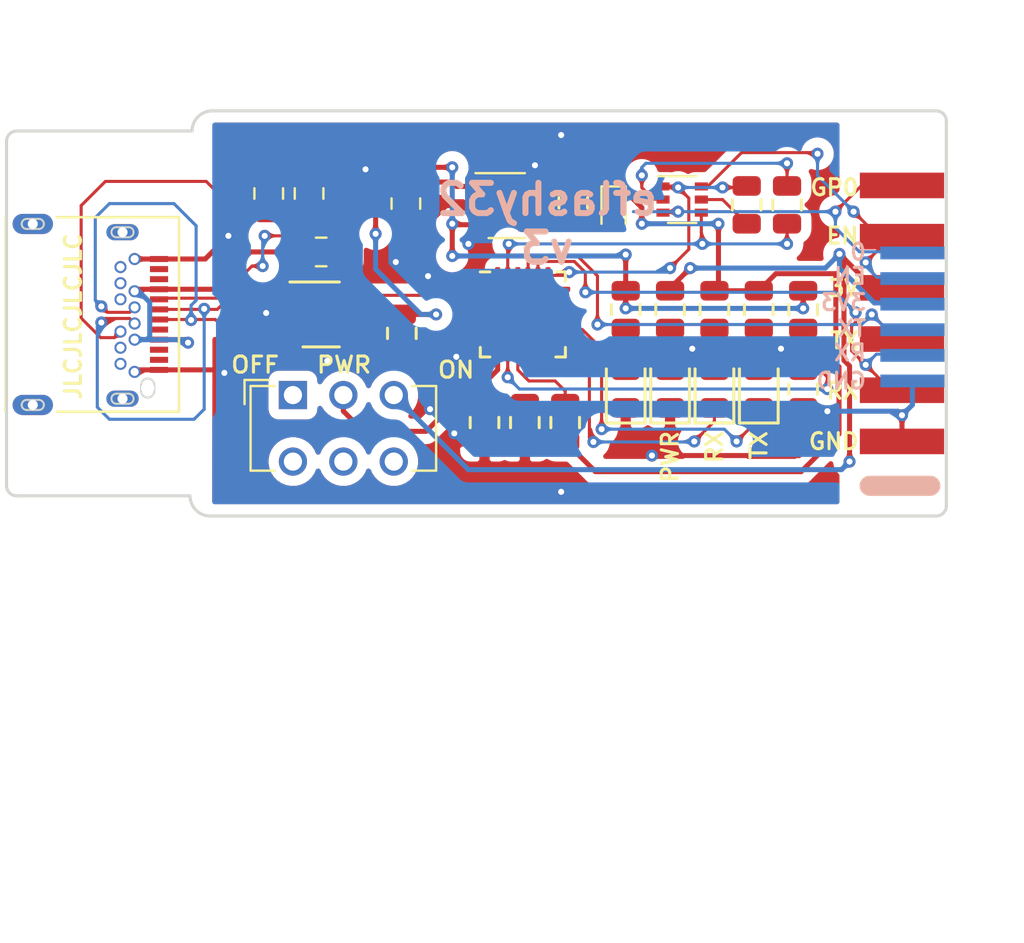
<source format=kicad_pcb>
(kicad_pcb (version 20171130) (host pcbnew "(5.1.6)-1")
  (layers (0 Top signal) (31 Bottom signal) (34 B.Paste user) (35 F.Paste user hide) (36 B.SilkS user) (37 F.SilkS user) (38 B.Mask user hide) (39 F.Mask user hide) (44 Edge.Cuts user))
  (net 0 "")
  (net 1 GND)
  (net 2 +3V3)
  (net 3 "Net-(D1-Pad2)")
  (net 4 TX)
  (net 5 "Net-(D2-Pad2)")
  (net 6 RX)
  (net 7 POWER)
  (net 8 RTS)
  (net 9 VBUS)
  (net 10 "Net-(D1-Pad1)")
  (net 11 "Net-(D2-Pad1)")
  (net 12 "Net-(D3-Pad2)")
  (net 13 "Net-(D4-Pad2)")
  (net 14 "Net-(F2-Pad2)")
  (net 15 GPIO0)
  (net 16 EN)
  (net 17 DTR)
  (net 18 "Net-(Q1-Pad2)")
  (net 19 "Net-(Q1-Pad5)")
  (net 20 "Net-(R3-Pad2)")
  (net 21 "Net-(R15-Pad2)")
  (net 22 /DIN-)
  (net 23 /DIN+)
  (net 24 /DOUT-)
  (net 25 /DOUT+)
  (net 26 /CC1)
  (net 27 /CC2)
  (module !Greg:USBC-Amphenol-10137062-00021LF (layer Top) (at 87.355 38.98 270)
    (fp_text reference J2)
    (fp_text value 10137062-00021LF)
    (fp_line (start 4.24 6) (end 4.24 5.7) (layer Edge.Cuts) (width 0.1))
    (fp_line (start 4.74 5.7) (end 4.74 6) (layer Edge.Cuts) (width 0.1))
    (fp_line (start 4.74 5.4) (end 4.74 5.7) (layer Edge.Cuts) (width 0.1))
    (fp_line (start 4.24 5.7) (end 4.24 5.4) (layer Edge.Cuts) (width 0.1))
    (fp_line (start -4.74 6) (end -4.74 5.7) (layer Edge.Cuts) (width 0.1))
    (fp_line (start -4.24 5.7) (end -4.24 6) (layer Edge.Cuts) (width 0.1))
    (fp_line (start -4.24 5.4) (end -4.24 5.7) (layer Edge.Cuts) (width 0.1))
    (fp_line (start -4.74 5.7) (end -4.74 5.4) (layer Edge.Cuts) (width 0.1))
    (fp_line (start 3.5 -0.325) (end 3.65 -0.325) (layer Edge.Cuts) (width 0.1))
    (fp_line (start 3.65 0.325) (end 3.5 0.325) (layer Edge.Cuts) (width 0.1))
    (fp_line (start 3.8 0.325) (end 3.65 0.325) (layer Edge.Cuts) (width 0.1))
    (fp_line (start 3.65 -0.325) (end 3.8 -0.325) (layer Edge.Cuts) (width 0.1))
    (fp_line (start 3.93 1.55) (end 3.93 1.25) (layer Edge.Cuts) (width 0.1))
    (fp_line (start 4.43 1.25) (end 4.43 1.55) (layer Edge.Cuts) (width 0.1))
    (fp_line (start 4.43 0.95) (end 4.43 1.25) (layer Edge.Cuts) (width 0.1))
    (fp_line (start 3.93 1.25) (end 3.93 0.95) (layer Edge.Cuts) (width 0.1))
    (fp_line (start -4.33 1.55) (end -4.33 1.25) (layer Edge.Cuts) (width 0.1))
    (fp_line (start -3.83 1.25) (end -3.83 1.55) (layer Edge.Cuts) (width 0.1))
    (fp_line (start -3.83 0.95) (end -3.83 1.25) (layer Edge.Cuts) (width 0.1))
    (fp_line (start -4.33 1.25) (end -4.33 0.95) (layer Edge.Cuts) (width 0.1))
    (fp_arc (start -4.08 0.95) (end -4.08 0.7) (angle -90) (layer Edge.Cuts) (width 0.1))
    (fp_arc (start -4.08 0.95) (end -3.83 0.95) (angle -90) (layer Edge.Cuts) (width 0.1))
    (fp_arc (start -4.08 1.55) (end -4.08 1.8) (angle -90) (layer Edge.Cuts) (width 0.1))
    (fp_arc (start -4.08 1.55) (end -4.33 1.55) (angle -90) (layer Edge.Cuts) (width 0.1))
    (fp_arc (start 4.18 0.95) (end 4.18 0.7) (angle -90) (layer Edge.Cuts) (width 0.1))
    (fp_arc (start 4.18 0.95) (end 4.43 0.95) (angle -90) (layer Edge.Cuts) (width 0.1))
    (fp_arc (start 4.18 1.55) (end 4.18 1.8) (angle -90) (layer Edge.Cuts) (width 0.1))
    (fp_arc (start 4.18 1.55) (end 3.93 1.55) (angle -90) (layer Edge.Cuts) (width 0.1))
    (fp_arc (start 3.8 0) (end 4.125 0) (angle -90) (layer Edge.Cuts) (width 0.1))
    (fp_arc (start 3.8 0) (end 3.8 0.325) (angle -90) (layer Edge.Cuts) (width 0.1))
    (fp_arc (start 3.5 0) (end 3.175 0) (angle -90) (layer Edge.Cuts) (width 0.1))
    (fp_arc (start 3.5 0) (end 3.5 -0.325) (angle -90) (layer Edge.Cuts) (width 0.1))
    (fp_arc (start -4.49 5.4) (end -4.49 5.15) (angle -90) (layer Edge.Cuts) (width 0.1))
    (fp_arc (start -4.49 5.4) (end -4.24 5.4) (angle -90) (layer Edge.Cuts) (width 0.1))
    (fp_arc (start -4.49 6) (end -4.49 6.25) (angle -90) (layer Edge.Cuts) (width 0.1))
    (fp_arc (start -4.49 6) (end -4.74 6) (angle -90) (layer Edge.Cuts) (width 0.1))
    (fp_arc (start 4.49 5.4) (end 4.49 5.15) (angle -90) (layer Edge.Cuts) (width 0.1))
    (fp_arc (start 4.49 5.4) (end 4.74 5.4) (angle -90) (layer Edge.Cuts) (width 0.1))
    (fp_arc (start 4.49 6) (end 4.49 6.25) (angle -90) (layer Edge.Cuts) (width 0.1))
    (fp_arc (start 4.49 6) (end 4.24 6) (angle -90) (layer Edge.Cuts) (width 0.1))
    (pad None np_thru_hole circle (at -3.55 0 270) (size 0.65 0.65) (drill 0.65) (layers *.Cu *.Mask))
    (pad A1 smd rect (at -2.75 -0.56 270) (size 0.3 0.9) (layers Top F.Paste F.Mask) (net 1 GND))
    (pad A2 smd rect (at -2.25 -0.56 270) (size 0.3 0.9) (layers Top F.Paste F.Mask))
    (pad A3 smd rect (at -1.75 -0.56 270) (size 0.3 0.9) (layers Top F.Paste F.Mask))
    (pad A4 smd rect (at -1.25 -0.56 270) (size 0.3 0.9) (layers Top F.Paste F.Mask) (net 14 "Net-(F2-Pad2)"))
    (pad A5 smd rect (at -0.75 -0.56 270) (size 0.3 0.9) (layers Top F.Paste F.Mask) (net 26 /CC1))
    (pad A6 smd rect (at -0.25 -0.56 270) (size 0.3 0.9) (layers Top F.Paste F.Mask) (net 23 /DIN+))
    (pad A7 smd rect (at 0.25 -0.56 270) (size 0.3 0.9) (layers Top F.Paste F.Mask) (net 22 /DIN-))
    (pad A8 smd rect (at 0.75 -0.56 270) (size 0.3 0.9) (layers Top F.Paste F.Mask))
    (pad A9 smd rect (at 1.25 -0.56 270) (size 0.3 0.9) (layers Top F.Paste F.Mask) (net 14 "Net-(F2-Pad2)"))
    (pad A10 smd rect (at 1.75 -0.56 270) (size 0.3 0.9) (layers Top F.Paste F.Mask))
    (pad A11 smd rect (at 2.25 -0.56 270) (size 0.3 0.9) (layers Top F.Paste F.Mask))
    (pad A12 smd rect (at 2.75 -0.56 270) (size 0.3 0.9) (layers Top F.Paste F.Mask) (net 1 GND))
    (pad B1 thru_hole circle (at 2.85 0.65 270) (size 0.6 0.6) (drill 0.4) (layers *.Cu *.Mask) (net 1 GND))
    (pad B2 thru_hole circle (at 2.45 1.35 270) (size 0.6 0.6) (drill 0.4) (layers *.Cu *.Mask))
    (pad B3 thru_hole circle (at 1.65 1.35 270) (size 0.6 0.6) (drill 0.4) (layers *.Cu *.Mask))
    (pad B4 thru_hole circle (at 1.25 0.65 270) (size 0.6 0.6) (drill 0.4) (layers *.Cu *.Mask) (net 14 "Net-(F2-Pad2)"))
    (pad B5 thru_hole circle (at 0.85 1.35 270) (size 0.6 0.6) (drill 0.4) (layers *.Cu *.Mask) (net 27 /CC2))
    (pad B6 thru_hole circle (at 0.45 0.65 270) (size 0.6 0.6) (drill 0.4) (layers *.Cu *.Mask) (net 23 /DIN+))
    (pad B7 thru_hole circle (at -0.35 0.65 270) (size 0.6 0.6) (drill 0.4) (layers *.Cu *.Mask) (net 22 /DIN-))
    (pad B8 thru_hole circle (at -0.75 1.35 270) (size 0.6 0.6) (drill 0.4) (layers *.Cu *.Mask))
    (pad B9 thru_hole circle (at -1.15 0.65 270) (size 0.6 0.6) (drill 0.4) (layers *.Cu *.Mask) (net 14 "Net-(F2-Pad2)"))
    (pad B10 thru_hole circle (at -1.55 1.35 270) (size 0.6 0.6) (drill 0.4) (layers *.Cu *.Mask))
    (pad B11 thru_hole circle (at -2.35 1.35 270) (size 0.6 0.6) (drill 0.4) (layers *.Cu *.Mask))
    (pad B12 thru_hole circle (at -2.75 0.65 270) (size 0.6 0.6) (drill 0.4) (layers *.Cu *.Mask) (net 1 GND))
    (pad S1 thru_hole oval (at -4.08 1.25 270) (size 0.8 1.6) (drill 0.5) (layers *.Cu *.Mask))
    (pad S2 thru_hole oval (at 4.18 1.25 270) (size 0.8 1.6) (drill 0.5) (layers *.Cu *.Mask))
    (pad S3 thru_hole oval (at -4.49 5.7 270) (size 1 2) (drill 0.5) (layers *.Cu *.Mask))
    (pad S4 thru_hole oval (at 4.49 5.7 270) (size 1 2) (drill 0.5) (layers *.Cu *.Mask))
    (pad None np_thru_hole circle (at 3.65 0 270) (size 0.65 0.65) (drill 0.65) (layers *.Cu *.Mask))
  )
  (module Capacitor_SMD:C_0805_2012Metric (layer Top) (at 100.155 33.48 270)
    (fp_text reference C1)
    (fp_text value 1uF/10V)
    (pad 1 smd roundrect (at -0.9375 0 270) (size 0.975 1.4) (layers Top F.Paste F.Mask) (net 9 VBUS))
    (pad 2 smd roundrect (at 0.9375 0 270) (size 0.975 1.4) (layers Top F.Paste F.Mask) (net 1 GND))
  )
  (module !Greg:2.54mmedge (layer Top) (at 124.552 38.93 90)
    (fp_text reference J1 hide)
    (fp_text value SERIAL hide)
    (pad 4 smd rect (at 1.27 0.203 90) (size 1.27 4.18) (layers Top F.Paste F.Mask) (net 7 POWER))
    (pad 5 smd rect (at 3.81 0.203 90) (size 1.27 4.18) (layers Top F.Paste F.Mask) (net 16 EN))
    (pad 6 smd rect (at 6.35 0.203 90) (size 1.27 4.18) (layers Top F.Paste F.Mask) (net 15 GPIO0))
    (pad 3 smd rect (at -1.27 0.203 90) (size 1.27 4.18) (layers Top F.Paste F.Mask) (net 4 TX))
    (pad 2 smd rect (at -3.81 0.203 90) (size 1.27 4.18) (layers Top F.Paste F.Mask) (net 6 RX))
    (pad 1 smd rect (at -6.35 0.203 90) (size 1.27 4.18) (layers Top F.Paste F.Mask) (net 1 GND))
  )
  (module !Greg:1.27mmedge (layer Bottom) (at 130.555 39.74 90)
    (fp_text reference J3 hide)
    (fp_text value SERIAL2 hide)
    (pad 4 smd rect (at 1.27 -5.283 90) (size 0.635 3.18) (layers Bottom B.Paste B.Mask) (net 7 POWER))
    (pad 6 smd rect (at 3.81 -5.283 90) (size 0.635 3.18) (layers Bottom B.Paste B.Mask) (net 15 GPIO0))
    (pad 5 smd rect (at 2.54 -5.283 90) (size 0.635 3.18) (layers Bottom B.Paste B.Mask) (net 16 EN))
    (pad 3 smd rect (at 0 -5.283 90) (size 0.635 3.18) (layers Bottom B.Paste B.Mask) (net 4 TX))
    (pad 2 smd rect (at -1.27 -5.283 90) (size 0.635 3.18) (layers Bottom B.Paste B.Mask) (net 6 RX))
    (pad 1 smd rect (at -2.54 -5.283 90) (size 0.635 3.18) (layers Bottom B.Paste B.Mask) (net 1 GND))
  )
  (module Diode_SMD:D_SOD-523 (layer Top) (at 110.455 33.78 270)
    (fp_text reference D5 hide)
    (fp_text value ESD5Z3.3T1G)
    (pad 1 smd rect (at -0.7 0 90) (size 0.6 0.7) (layers Top F.Paste F.Mask) (net 2 +3V3))
    (pad 2 smd rect (at 0.7 0 90) (size 0.6 0.7) (layers Top F.Paste F.Mask) (net 1 GND))
  )
  (module Button_Switch_THT:SW_CuK_JS202011CQN_DPDT_Straight (layer Top) (at 94.555 42.98)
    (fp_text reference SW1 hide)
    (fp_text value JS202011CQN)
    (pad 1 thru_hole rect (at 0 0) (size 1.4 1.4) (drill 0.9) (layers *.Cu *.Mask))
    (pad 2 thru_hole circle (at 2.5 0) (size 1.4 1.4) (drill 0.9) (layers *.Cu *.Mask) (net 2 +3V3))
    (pad 3 thru_hole circle (at 5 0) (size 1.4 1.4) (drill 0.9) (layers *.Cu *.Mask) (net 7 POWER))
    (pad 4 thru_hole circle (at 0 3.3) (size 1.4 1.4) (drill 0.9) (layers *.Cu *.Mask))
    (pad 5 thru_hole circle (at 2.5 3.3) (size 1.4 1.4) (drill 0.9) (layers *.Cu *.Mask))
    (pad 6 thru_hole circle (at 5 3.3) (size 1.4 1.4) (drill 0.9) (layers *.Cu *.Mask))
  )
  (module Resistor_SMD:R_0805_2012Metric (layer Top) (at 93.355 32.98 90)
    (fp_text reference R7 hide)
    (fp_text value 5k1)
    (pad 2 smd roundrect (at 0.9375 0 90) (size 0.975 1.4) (layers Top F.Paste F.Mask) (net 1 GND))
    (pad 1 smd roundrect (at -0.9375 0 90) (size 0.975 1.4) (layers Top F.Paste F.Mask) (net 27 /CC2))
  )
  (module Resistor_SMD:R_0805_2012Metric (layer Top) (at 95.355 32.98 90)
    (fp_text reference R6 hide)
    (fp_text value 5k1)
    (pad 2 smd roundrect (at 0.9375 0 90) (size 0.975 1.4) (layers Top F.Paste F.Mask) (net 1 GND))
    (pad 1 smd roundrect (at -0.9375 0 90) (size 0.975 1.4) (layers Top F.Paste F.Mask) (net 26 /CC1))
  )
  (module Package_TO_SOT_SMD:SOT-23-5 (layer Top) (at 105.155 33.58)
    (fp_text reference U3 hide)
    (fp_text value TLV75533PDBV)
    (pad 5 smd rect (at 1.1 -0.95) (size 1.06 0.65) (layers Top F.Paste F.Mask) (net 2 +3V3))
    (pad 4 smd rect (at 1.1 0.95) (size 1.06 0.65) (layers Top F.Paste F.Mask))
    (pad 3 smd rect (at -1.1 0.95) (size 1.06 0.65) (layers Top F.Paste F.Mask) (net 9 VBUS))
    (pad 2 smd rect (at -1.1 0) (size 1.06 0.65) (layers Top F.Paste F.Mask) (net 1 GND))
    (pad 1 smd rect (at -1.1 -0.95) (size 1.06 0.65) (layers Top F.Paste F.Mask) (net 9 VBUS))
  )
  (module Package_TO_SOT_SMD:SOT-363_SC-70-6 (layer Top) (at 113.855 33.28)
    (fp_text reference Q1 hide)
    (fp_text value MMDT3904)
    (pad 1 smd rect (at -0.95 -0.65) (size 0.65 0.4) (layers Top F.Paste F.Mask) (net 8 RTS))
    (pad 3 smd rect (at -0.95 0.65) (size 0.65 0.4) (layers Top F.Paste F.Mask) (net 15 GPIO0))
    (pad 5 smd rect (at 0.95 0) (size 0.65 0.4) (layers Top F.Paste F.Mask) (net 19 "Net-(Q1-Pad5)"))
    (pad 2 smd rect (at -0.95 0) (size 0.65 0.4) (layers Top F.Paste F.Mask) (net 18 "Net-(Q1-Pad2)"))
    (pad 4 smd rect (at 0.95 0.65) (size 0.65 0.4) (layers Top F.Paste F.Mask) (net 17 DTR))
    (pad 6 smd rect (at 0.95 -0.65) (size 0.65 0.4) (layers Top F.Paste F.Mask) (net 16 EN))
  )
  (module Fuse:Fuse_0805_2012Metric_Pad1.15x1.40mm_HandSolder (layer Top) (at 95.955 35.88 180)
    (fp_text reference F2 hide)
    (fp_text value "0ZCK0050AF2E (TLC-PSMD050)")
    (pad 1 smd roundrect (at -1.025 0 180) (size 1.15 1.4) (layers Top F.Paste F.Mask) (roundrect_rratio 0.217391) (net 9 VBUS))
    (pad 2 smd roundrect (at 1.025 0 180) (size 1.15 1.4) (layers Top F.Paste F.Mask) (roundrect_rratio 0.217391) (net 14 "Net-(F2-Pad2)"))
  )
  (module Package_DFN_QFN:QFN-24-1EP_4x4mm_P0.5mm_EP2.6x2.6mm (layer Top) (at 105.955 38.98)
    (fp_text reference U2 hide)
    (fp_text value CP2102N-A02-GQFN24)
    (pad 1 smd roundrect (at -1.9375 -1.25) (size 0.825 0.25) (layers Top F.Paste F.Mask))
    (pad 2 smd roundrect (at -1.9375 -0.75) (size 0.825 0.25) (layers Top F.Paste F.Mask) (net 1 GND))
    (pad 3 smd roundrect (at -1.9375 -0.25) (size 0.825 0.25) (layers Top F.Paste F.Mask) (net 25 /DOUT+))
    (pad 4 smd roundrect (at -1.9375 0.25) (size 0.825 0.25) (layers Top F.Paste F.Mask) (net 24 /DOUT-))
    (pad 5 smd roundrect (at -1.9375 0.75) (size 0.825 0.25) (layers Top F.Paste F.Mask) (net 2 +3V3))
    (pad 6 smd roundrect (at -1.9375 1.25) (size 0.825 0.25) (layers Top F.Paste F.Mask) (net 2 +3V3))
    (pad 7 smd roundrect (at -1.25 1.9375) (size 0.25 0.825) (layers Top F.Paste F.Mask) (net 2 +3V3))
    (pad 8 smd roundrect (at -0.75 1.9375) (size 0.25 0.825) (layers Top F.Paste F.Mask) (net 21 "Net-(R15-Pad2)"))
    (pad 9 smd roundrect (at -0.25 1.9375) (size 0.25 0.825) (layers Top F.Paste F.Mask) (net 20 "Net-(R3-Pad2)"))
    (pad 10 smd roundrect (at 0.25 1.9375) (size 0.25 0.825) (layers Top F.Paste F.Mask))
    (pad 11 smd roundrect (at 0.75 1.9375) (size 0.25 0.825) (layers Top F.Paste F.Mask))
    (pad 12 smd roundrect (at 1.25 1.9375) (size 0.25 0.825) (layers Top F.Paste F.Mask))
    (pad 13 smd roundrect (at 1.9375 1.25) (size 0.825 0.25) (layers Top F.Paste F.Mask) (net 10 "Net-(D1-Pad1)"))
    (pad 14 smd roundrect (at 1.9375 0.75) (size 0.825 0.25) (layers Top F.Paste F.Mask) (net 11 "Net-(D2-Pad1)"))
    (pad 15 smd roundrect (at 1.9375 0.25) (size 0.825 0.25) (layers Top F.Paste F.Mask))
    (pad 16 smd roundrect (at 1.9375 -0.25) (size 0.825 0.25) (layers Top F.Paste F.Mask))
    (pad 17 smd roundrect (at 1.9375 -0.75) (size 0.825 0.25) (layers Top F.Paste F.Mask))
    (pad 18 smd roundrect (at 1.9375 -1.25) (size 0.825 0.25) (layers Top F.Paste F.Mask))
    (pad 19 smd roundrect (at 1.25 -1.9375) (size 0.25 0.825) (layers Top F.Paste F.Mask) (net 8 RTS))
    (pad 20 smd roundrect (at 0.75 -1.9375) (size 0.25 0.825) (layers Top F.Paste F.Mask) (net 6 RX))
    (pad 21 smd roundrect (at 0.25 -1.9375) (size 0.25 0.825) (layers Top F.Paste F.Mask) (net 4 TX))
    (pad 22 smd roundrect (at -0.25 -1.9375) (size 0.25 0.825) (layers Top F.Paste F.Mask))
    (pad 23 smd roundrect (at -0.75 -1.9375) (size 0.25 0.825) (layers Top F.Paste F.Mask) (net 17 DTR))
    (pad 24 smd roundrect (at -1.25 -1.9375) (size 0.25 0.825) (layers Top F.Paste F.Mask))
    (pad 25 smd rect (at 0 0) (size 2.6 2.6) (layers Top F.Mask) (net 1 GND))
  )
  (module Package_TO_SOT_SMD:SOT-23-6 (layer Top) (at 95.955 38.98)
    (fp_text reference U1 hide)
    (fp_text value USBLC6-2SC6)
    (pad 5 smd rect (at 1.1 0) (size 1.06 0.65) (layers Top F.Paste F.Mask) (net 9 VBUS))
    (pad 6 smd rect (at 1.1 -0.95) (size 1.06 0.65) (layers Top F.Paste F.Mask) (net 25 /DOUT+))
    (pad 4 smd rect (at 1.1 0.95) (size 1.06 0.65) (layers Top F.Paste F.Mask) (net 24 /DOUT-))
    (pad 3 smd rect (at -1.1 0.95) (size 1.06 0.65) (layers Top F.Paste F.Mask) (net 22 /DIN-))
    (pad 2 smd rect (at -1.1 0) (size 1.06 0.65) (layers Top F.Paste F.Mask) (net 1 GND))
    (pad 1 smd rect (at -1.1 -0.95) (size 1.06 0.65) (layers Top F.Paste F.Mask) (net 23 /DIN+))
  )
  (module Resistor_SMD:R_0805_2012Metric (layer Top) (at 113.255 38.7425 270)
    (fp_text reference R18 hide)
    (fp_text value 1k)
    (pad 1 smd roundrect (at -0.9375 0 270) (size 0.975 1.4) (layers Top F.Paste F.Mask) (net 7 POWER))
    (pad 2 smd roundrect (at 0.9375 0 270) (size 0.975 1.4) (layers Top F.Paste F.Mask) (net 13 "Net-(D4-Pad2)"))
  )
  (module Resistor_SMD:R_0805_2012Metric (layer Top) (at 111.055 38.7425 270)
    (fp_text reference R17 hide)
    (fp_text value 1k)
    (pad 2 smd roundrect (at 0.9375 0 270) (size 0.975 1.4) (layers Top F.Paste F.Mask) (net 12 "Net-(D3-Pad2)"))
    (pad 1 smd roundrect (at -0.9375 0 270) (size 0.975 1.4) (layers Top F.Paste F.Mask) (net 9 VBUS))
  )
  (module Resistor_SMD:R_0805_2012Metric (layer Top) (at 119.855 42.68 270)
    (fp_text reference R16 hide)
    (fp_text value 47k5)
    (pad 2 smd roundrect (at 0.9375 0 270) (size 0.975 1.4) (layers Top F.Paste F.Mask) (net 1 GND))
    (pad 1 smd roundrect (at -0.9375 0 270) (size 0.975 1.4) (layers Top F.Paste F.Mask) (net 21 "Net-(R15-Pad2)"))
  )
  (module Resistor_SMD:R_0805_2012Metric (layer Top) (at 119.855 38.7425 270)
    (fp_text reference R15 hide)
    (fp_text value 22k1)
    (pad 2 smd roundrect (at 0.9375 0 270) (size 0.975 1.4) (layers Top F.Paste F.Mask) (net 21 "Net-(R15-Pad2)"))
    (pad 1 smd roundrect (at -0.9375 0 270) (size 0.975 1.4) (layers Top F.Paste F.Mask) (net 9 VBUS))
  )
  (module Resistor_SMD:R_0805_2012Metric (layer Top) (at 117.055 33.5425 90)
    (fp_text reference R5 hide)
    (fp_text value 10k)
    (pad 2 smd roundrect (at 0.9375 0 90) (size 0.975 1.4) (layers Top F.Paste F.Mask) (net 8 RTS))
    (pad 1 smd roundrect (at -0.9375 0 90) (size 0.975 1.4) (layers Top F.Paste F.Mask) (net 19 "Net-(Q1-Pad5)"))
  )
  (module Resistor_SMD:R_0805_2012Metric (layer Top) (at 119.055 33.5425 270)
    (fp_text reference R4 hide)
    (fp_text value 10k)
    (pad 2 smd roundrect (at 0.9375 0 270) (size 0.975 1.4) (layers Top F.Paste F.Mask) (net 17 DTR))
    (pad 1 smd roundrect (at -0.9375 0 270) (size 0.975 1.4) (layers Top F.Paste F.Mask) (net 18 "Net-(Q1-Pad2)"))
  )
  (module Resistor_SMD:R_0805_2012Metric (layer Top) (at 108.055 44.3425 90)
    (fp_text reference R3 hide)
    (fp_text value 1k)
    (pad 2 smd roundrect (at 0.9375 0 90) (size 0.975 1.4) (layers Top F.Paste F.Mask) (net 20 "Net-(R3-Pad2)"))
    (pad 1 smd roundrect (at -0.9375 0 90) (size 0.975 1.4) (layers Top F.Paste F.Mask) (net 2 +3V3))
  )
  (module LED_SMD:LED_0805_2012Metric (layer Top) (at 113.255 42.68 90)
    (fp_text reference D4 hide)
    (fp_text value PWR (at -2 0 90) (layer F.SilkS) (effects (font (size 0.8 0.8) (thickness 0.153)) (justify right)))
    (pad 2 smd roundrect (at 0.9375 0 90) (size 0.975 1.4) (layers Top F.Paste F.Mask) (net 13 "Net-(D4-Pad2)"))
    (pad 1 smd roundrect (at -0.9375 0 90) (size 0.975 1.4) (layers Top F.Paste F.Mask) (net 1 GND))
  )
  (module LED_SMD:LED_0805_2012Metric (layer Top) (at 111.055 42.68 90)
    (fp_text reference D3 hide)
    (fp_text value VBUS hide)
    (pad 2 smd roundrect (at 0.9375 0 90) (size 0.975 1.4) (layers Top F.Paste F.Mask) (net 12 "Net-(D3-Pad2)"))
    (pad 1 smd roundrect (at -0.9375 0 90) (size 0.975 1.4) (layers Top F.Paste F.Mask) (net 1 GND))
  )
  (module Capacitor_SMD:C_0805_2012Metric (layer Top) (at 106.055 44.3425 270)
    (fp_text reference C9 hide)
    (fp_text value 0.1uF/10V)
    (pad 2 smd roundrect (at 0.9375 0 270) (size 0.975 1.4) (layers Top F.Paste F.Mask) (net 1 GND))
    (pad 1 smd roundrect (at -0.9375 0 270) (size 0.975 1.4) (layers Top F.Paste F.Mask) (net 2 +3V3))
  )
  (module Capacitor_SMD:C_0805_2012Metric (layer Top) (at 104.055 44.3425 270)
    (fp_text reference C6 hide)
    (fp_text value 4.7uF/6V)
    (pad 2 smd roundrect (at 0.9375 0 270) (size 0.975 1.4) (layers Top F.Paste F.Mask) (net 1 GND))
    (pad 1 smd roundrect (at -0.9375 0 270) (size 0.975 1.4) (layers Top F.Paste F.Mask) (net 2 +3V3))
  )
  (module Capacitor_SMD:C_0805_2012Metric (layer Top) (at 99.955 39.9175 270)
    (fp_text reference C2 hide)
    (fp_text value 0.1uF/10V)
    (pad 1 smd roundrect (at -0.9375 0 270) (size 0.975 1.4) (layers Top F.Paste F.Mask) (net 9 VBUS))
    (pad 2 smd roundrect (at 0.9375 0 270) (size 0.975 1.4) (layers Top F.Paste F.Mask) (net 1 GND))
  )
  (module Resistor_SMD:R_0805_2012Metric (layer Top) (at 117.655 38.7425 270)
    (fp_text reference R2 hide)
    (fp_text value 1k)
    (pad 2 smd roundrect (at 0.9375 0 270) (size 0.975 1.4) (layers Top F.Paste F.Mask) (net 5 "Net-(D2-Pad2)"))
    (pad 1 smd roundrect (at -0.9375 0 270) (size 0.975 1.4) (layers Top F.Paste F.Mask) (net 2 +3V3))
  )
  (module Resistor_SMD:R_0805_2012Metric (layer Top) (at 115.455 38.7425 270)
    (fp_text reference R1 hide)
    (fp_text value 1k)
    (pad 2 smd roundrect (at 0.9375 0 270) (size 0.975 1.4) (layers Top F.Paste F.Mask) (net 3 "Net-(D1-Pad2)"))
    (pad 1 smd roundrect (at -0.9375 0 270) (size 0.975 1.4) (layers Top F.Paste F.Mask) (net 2 +3V3))
  )
  (module Capacitor_SMD:C_0805_2012Metric (layer Top) (at 108.455 33.4425 270)
    (fp_text reference C5 hide)
    (fp_text value 4.7uF/6V)
    (pad 1 smd roundrect (at -0.9375 0 270) (size 0.975 1.4) (layers Top F.Paste F.Mask) (net 2 +3V3))
    (pad 2 smd roundrect (at 0.9375 0 270) (size 0.975 1.4) (layers Top F.Paste F.Mask) (net 1 GND))
  )
  (module LED_SMD:LED_0805_2012Metric (layer Top) (at 117.655 42.68 90)
    (fp_text reference D2 hide)
    (fp_text value TX (at -2 0 90) (layer F.SilkS) (effects (font (size 0.8 0.8) (thickness 0.153)) (justify right)))
    (pad 2 smd roundrect (at 0.9375 0 90) (size 0.975 1.4) (layers Top F.Paste F.Mask) (net 5 "Net-(D2-Pad2)"))
    (pad 1 smd roundrect (at -0.9375 0 90) (size 0.975 1.4) (layers Top F.Paste F.Mask) (net 11 "Net-(D2-Pad1)"))
  )
  (module LED_SMD:LED_0805_2012Metric (layer Top) (at 115.455 42.68 90)
    (fp_text reference D1 hide)
    (fp_text value RX (at -2 0 90) (layer F.SilkS) (effects (font (size 0.8 0.8) (thickness 0.153)) (justify right)))
    (pad 2 smd roundrect (at 0.9375 0 90) (size 0.975 1.4) (layers Top F.Paste F.Mask) (net 3 "Net-(D1-Pad2)"))
    (pad 1 smd roundrect (at -0.9375 0 90) (size 0.975 1.4) (layers Top F.Paste F.Mask) (net 10 "Net-(D1-Pad1)"))
  )
  (gr_line (start 126.155 47.48) (end 123.155 47.48) (layer B.SilkS) (width 1))
  (gr_line (start 126.155 47.48) (end 123.155 47.48) (layer F.SilkS) (width 1))
  (gr_line (start 89.455 47.98) (end 80.855 47.98) (layer Edge.Cuts) (width 0.15))
  (gr_arc (start 90.455 47.98) (end 89.455 47.98) (angle -90) (layer Edge.Cuts) (width 0.15))
  (gr_arc (start 90.555 29.88) (end 90.555 28.88) (angle -90) (layer Edge.Cuts) (width 0.15))
  (gr_line (start 89.555 29.88) (end 80.855 29.88) (layer Edge.Cuts) (width 0.15))
  (gr_text "eflashy32\nv3" (at 107.155 34.48) (layer B.SilkS) (effects (font (size 1.5 1.5) (thickness 0.3)) (justify mirror)))
  (gr_text OFF (at 91.405 41.48) (layer F.SilkS) (effects (font (size 0.8 0.85) (thickness 0.153)) (justify left)))
  (gr_text ON (at 101.655 41.73) (layer F.SilkS) (effects (font (size 0.8 0.85) (thickness 0.153)) (justify left)))
  (gr_text PWR (at 95.655 41.48) (layer F.SilkS) (effects (font (size 0.8 0.85) (thickness 0.153)) (justify left)))
  (gr_arc (start 80.855 30.38) (end 80.855 29.88) (angle -90) (layer Edge.Cuts) (width 0.15))
  (gr_arc (start 80.855 47.48) (end 80.355 47.48) (angle -90) (layer Edge.Cuts) (width 0.15))
  (gr_arc (start 126.455 48.48) (end 126.455 48.98) (angle -90) (layer Edge.Cuts) (width 0.15))
  (gr_arc (start 126.455 29.38) (end 126.955 29.38) (angle -90) (layer Edge.Cuts) (width 0.15))
  (gr_text 0 (at 122.578809 35.88) (layer B.SilkS) (effects (font (size 0.8 0.8) (thickness 0.153)) (justify mirror)))
  (gr_text EN (at 122.178809 37.08) (layer B.SilkS) (effects (font (size 0.8 0.8) (thickness 0.153)) (justify mirror)))
  (gr_text 3V3 (at 121.855 38.38) (layer B.SilkS) (effects (font (size 0.8 0.8) (thickness 0.153)) (justify mirror)))
  (gr_text GND (at 121.740714 42.28) (layer B.SilkS) (effects (font (size 0.8 0.8) (thickness 0.153)) (justify mirror)))
  (gr_text RX (at 122.178809 40.88) (layer B.SilkS) (effects (font (size 0.8 0.8) (thickness 0.153)) (justify mirror)))
  (gr_text TX (at 122.274047 39.68) (layer B.SilkS) (effects (font (size 0.8 0.8) (thickness 0.153)) (justify mirror)))
  (gr_text GP0 (at 121.405 32.68) (layer F.SilkS) (effects (font (size 0.8 0.8) (thickness 0.153))))
  (gr_text EN (at 121.805 35.08) (layer F.SilkS) (effects (font (size 0.8 0.8) (thickness 0.153))))
  (gr_text 3V (at 121.862143 37.68) (layer F.SilkS) (effects (font (size 0.8 0.8) (thickness 0.153))))
  (gr_text TX (at 121.900238 40.28) (layer F.SilkS) (effects (font (size 0.8 0.8) (thickness 0.153))))
  (gr_text RX (at 121.805 42.78) (layer F.SilkS) (effects (font (size 0.8 0.8) (thickness 0.153))))
  (gr_text GND (at 121.366905 45.28) (layer F.SilkS) (effects (font (size 0.8 0.8) (thickness 0.153))))
  (gr_line (start 126.955 48.48) (end 126.955 29.38) (layer Edge.Cuts) (width 0.15))
  (gr_line (start 90.455 48.98) (end 126.455 48.98) (layer Edge.Cuts) (width 0.15))
  (gr_line (start 80.355 30.38) (end 80.355 47.48) (layer Edge.Cuts) (width 0.15))
  (gr_line (start 126.455 28.88) (end 90.555 28.88) (layer Edge.Cuts) (width 0.15))
  (gr_text JLCJLCJLCJLC (at 83.655 39.08 90) (layer F.SilkS) (effects (font (size 0.8 0.8) (thickness 0.153))))
  (via (at 99.655 36.38) (size 0.6) (drill 0.3) (layers Top Bottom) (net 1))
  (via (at 96.255 41.28) (size 0.6) (drill 0.3) (layers Top Bottom) (net 1))
  (segment (start 105.205 38.23) (end 104.0175 38.23) (width 0.25) (layer Top) (net 1))
  (segment (start 105.955 38.98) (end 105.205 38.23) (width 0.25) (layer Top) (net 1))
  (via (at 101.255 37.08) (size 0.6) (drill 0.3) (layers Top Bottom) (net 1))
  (segment (start 101.981378 37.08) (end 101.255 37.08) (width 0.25) (layer Top) (net 1))
  (segment (start 104.0175 38.23) (end 103.131378 38.23) (width 0.25) (layer Top) (net 1))
  (segment (start 103.131378 38.23) (end 101.981378 37.08) (width 0.25) (layer Top) (net 1))
  (via (at 112.355 45.98) (size 0.6) (drill 0.3) (layers Top Bottom) (net 1))
  (segment (start 98.68 40.855) (end 99.955 40.855) (width 0.3) (layer Top) (net 1))
  (segment (start 96.255 41.28) (end 98.255 41.28) (width 0.3) (layer Top) (net 1))
  (segment (start 98.255 41.28) (end 98.68 40.855) (width 0.3) (layer Top) (net 1))
  (segment (start 102.155 33.58) (end 104.055 33.58) (width 0.25) (layer Top) (net 1))
  (segment (start 100.455 34.48) (end 101.255 34.48) (width 0.25) (layer Top) (net 1))
  (segment (start 101.255 34.48) (end 102.155 33.58) (width 0.25) (layer Top) (net 1))
  (segment (start 106.055 45.28) (end 104.055 45.28) (width 0.25) (layer Top) (net 1))
  (via (at 102.555 44.88) (size 0.6) (drill 0.3) (layers Top Bottom) (net 1))
  (segment (start 104.055 45.28) (end 102.955 45.28) (width 0.25) (layer Top) (net 1))
  (segment (start 102.955 45.28) (end 102.555 44.88) (width 0.25) (layer Top) (net 1))
  (via (at 101.355 43.68) (size 0.6) (drill 0.3) (layers Top Bottom) (net 1))
  (segment (start 102.555 44.88) (end 101.355 43.68) (width 0.25) (layer Bottom) (net 1))
  (segment (start 101.2425 40.855) (end 99.955 40.855) (width 0.25) (layer Top) (net 1))
  (segment (start 101.755 41.3675) (end 101.2425 40.855) (width 0.25) (layer Top) (net 1))
  (segment (start 101.355 43.68) (end 101.755 43.28) (width 0.25) (layer Top) (net 1))
  (segment (start 101.755 43.28) (end 101.755 41.3675) (width 0.25) (layer Top) (net 1))
  (segment (start 111.055 43.6175) (end 113.255 43.6175) (width 0.25) (layer Top) (net 1))
  (segment (start 107.655 33.58) (end 108.455 34.38) (width 0.25) (layer Top) (net 1))
  (segment (start 110.355 34.38) (end 110.455 34.48) (width 0.25) (layer Top) (net 1))
  (segment (start 108.455 34.38) (end 110.355 34.38) (width 0.25) (layer Top) (net 1))
  (via (at 98.155 31.78) (size 0.6) (drill 0.3) (layers Top Bottom) (net 1))
  (via (at 102.655 41.08) (size 0.6) (drill 0.3) (layers Top Bottom) (net 1))
  (via (at 103.255 35.48) (size 0.6) (drill 0.3) (layers Top Bottom) (net 1))
  (segment (start 105.155 33.58) (end 105.155 31.98) (width 0.25) (layer Top) (net 1))
  (segment (start 105.155 33.58) (end 107.655 33.58) (width 0.25) (layer Top) (net 1))
  (segment (start 104.055 33.58) (end 105.155 33.58) (width 0.25) (layer Top) (net 1))
  (via (at 106.555 31.58) (size 0.6) (drill 0.3) (layers Top Bottom) (net 1))
  (segment (start 105.155 31.98) (end 105.555 31.58) (width 0.25) (layer Top) (net 1))
  (segment (start 105.555 31.58) (end 106.555 31.58) (width 0.25) (layer Top) (net 1))
  (via (at 124.755 43.98) (size 0.6) (drill 0.3) (layers Top Bottom) (net 1))
  (segment (start 125.272 42.28) (end 125.272 43.463) (width 0.25) (layer Bottom) (net 1))
  (segment (start 125.272 43.463) (end 124.755 43.98) (width 0.25) (layer Bottom) (net 1))
  (segment (start 124.755 43.98) (end 124.755 45.28) (width 0.25) (layer Top) (net 1))
  (segment (start 119.855 43.6175) (end 120.8925 43.6175) (width 0.25) (layer Top) (net 1))
  (via (at 121.055 43.78) (size 0.6) (drill 0.3) (layers Top Bottom) (net 1))
  (segment (start 120.8925 43.6175) (end 121.055 43.78) (width 0.25) (layer Top) (net 1))
  (segment (start 124.555 43.78) (end 124.755 43.98) (width 0.25) (layer Bottom) (net 1))
  (segment (start 121.055 43.78) (end 124.555 43.78) (width 0.25) (layer Bottom) (net 1))
  (segment (start 119.855 44.88) (end 120.055 45.08) (width 0.25) (layer Top) (net 1))
  (segment (start 119.855 43.6175) (end 119.855 44.88) (width 0.25) (layer Top) (net 1))
  (segment (start 119.655 45.98) (end 112.355 45.98) (width 0.25) (layer Top) (net 1))
  (segment (start 120.055 45.08) (end 120.055 45.58) (width 0.25) (layer Top) (net 1))
  (segment (start 120.055 45.58) (end 119.655 45.98) (width 0.25) (layer Top) (net 1))
  (via (at 114.355 40.68) (size 0.6) (drill 0.3) (layers Top Bottom) (net 1))
  (via (at 118.755 40.68) (size 0.6) (drill 0.3) (layers Top Bottom) (net 1))
  (via (at 93.227726 38.907274) (size 0.6) (drill 0.3) (layers Top Bottom) (net 1))
  (segment (start 93.300452 38.98) (end 93.227726 38.907274) (width 0.3) (layer Top) (net 1))
  (segment (start 94.855 38.98) (end 93.300452 38.98) (width 0.3) (layer Top) (net 1))
  (segment (start 93.227726 38.907274) (end 92.627487 39.507513) (width 0.3) (layer Bottom) (net 1))
  (segment (start 96.255 41.28) (end 92.677487 41.28) (width 0.3) (layer Bottom) (net 1))
  (segment (start 92.677487 41.28) (end 92.627487 41.23) (width 0.3) (layer Bottom) (net 1))
  (segment (start 92.627487 39.507513) (end 92.627487 41.23) (width 0.3) (layer Bottom) (net 1))
  (segment (start 86.705 36.23) (end 87.915 36.23) (width 0.25) (layer Top) (net 1))
  (segment (start 86.805 41.73) (end 87.915 41.73) (width 0.25) (layer Top) (net 1))
  (segment (start 86.705 41.83) (end 86.805 41.73) (width 0.25) (layer Top) (net 1))
  (via (at 91.155 41.88) (size 0.6) (drill 0.3) (layers Top Bottom) (net 1))
  (segment (start 87.915 41.73) (end 91.005 41.73) (width 0.25) (layer Top) (net 1))
  (segment (start 91.005 41.73) (end 91.155 41.88) (width 0.25) (layer Top) (net 1))
  (via (at 91.355 35.08) (size 0.6) (drill 0.3) (layers Top Bottom) (net 1))
  (segment (start 90.205 36.23) (end 91.355 35.08) (width 0.25) (layer Top) (net 1))
  (segment (start 87.915 36.23) (end 90.205 36.23) (width 0.25) (layer Top) (net 1))
  (via (at 107.855 47.78) (size 0.6) (drill 0.3) (layers Top Bottom) (net 1))
  (via (at 107.855 30.08) (size 0.6) (drill 0.3) (layers Top Bottom) (net 1))
  (segment (start 115.655 34.48) (end 115.655 37.605) (width 0.25) (layer Top) (net 2))
  (segment (start 115.655 37.605) (end 115.455 37.805) (width 0.25) (layer Top) (net 2))
  (segment (start 111.855 34.48) (end 115.655 34.48) (width 0.25) (layer Bottom) (net 2))
  (via (at 115.655 34.48) (size 0.6) (drill 0.3) (layers Top Bottom) (net 2))
  (via (at 111.855 34.48) (size 0.6) (drill 0.3) (layers Top Bottom) (net 2))
  (segment (start 115.455 37.805) (end 117.655 37.805) (width 0.25) (layer Top) (net 2))
  (segment (start 104.055 40.2675) (end 104.055 43.405) (width 0.25) (layer Top) (net 2))
  (segment (start 106.055 43.405) (end 104.055 43.405) (width 0.25) (layer Top) (net 2))
  (segment (start 106.18 43.405) (end 106.055 43.405) (width 0.25) (layer Top) (net 2))
  (segment (start 108.055 45.28) (end 106.18 43.405) (width 0.25) (layer Top) (net 2))
  (segment (start 104.055 40.2675) (end 104.0175 40.23) (width 0.25) (layer Top) (net 2))
  (segment (start 104.0175 39.73) (end 104.0175 40.23) (width 0.25) (layer Top) (net 2))
  (segment (start 104.355 42.08) (end 104.055 42.08) (width 0.25) (layer Top) (net 2))
  (segment (start 104.705 40.9175) (end 104.705 41.73) (width 0.25) (layer Top) (net 2))
  (segment (start 104.705 41.73) (end 104.355 42.08) (width 0.25) (layer Top) (net 2))
  (segment (start 98.055 44.78) (end 97.055 43.78) (width 0.25) (layer Top) (net 2))
  (segment (start 101.155 44.78) (end 98.055 44.78) (width 0.25) (layer Top) (net 2))
  (segment (start 97.055 43.78) (end 97.055 42.98) (width 0.25) (layer Top) (net 2))
  (segment (start 104.055 43.405) (end 102.53 43.405) (width 0.25) (layer Top) (net 2))
  (segment (start 102.53 43.405) (end 101.155 44.78) (width 0.25) (layer Top) (net 2))
  (segment (start 108.33 32.63) (end 108.455 32.505) (width 0.25) (layer Top) (net 2))
  (segment (start 106.255 32.63) (end 108.33 32.63) (width 0.25) (layer Top) (net 2))
  (segment (start 111.855 33.68) (end 111.855 34.48) (width 0.25) (layer Top) (net 2))
  (segment (start 110.455 33.08) (end 111.255 33.08) (width 0.25) (layer Top) (net 2))
  (segment (start 111.255 33.08) (end 111.855 33.68) (width 0.25) (layer Top) (net 2))
  (segment (start 109.88 32.505) (end 110.455 33.08) (width 0.25) (layer Top) (net 2))
  (segment (start 108.455 32.505) (end 109.88 32.505) (width 0.25) (layer Top) (net 2))
  (segment (start 109.555 46.78) (end 108.055 45.28) (width 0.25) (layer Top) (net 2))
  (segment (start 121.475188 36.957401) (end 121.475188 41.423837) (width 0.25) (layer Top) (net 2))
  (segment (start 119.755 46.78) (end 109.555 46.78) (width 0.25) (layer Top) (net 2))
  (segment (start 117.655 37.805) (end 118.502599 36.957401) (width 0.25) (layer Top) (net 2))
  (segment (start 121.475188 41.423837) (end 121.632401 41.58105) (width 0.25) (layer Top) (net 2))
  (segment (start 121.632401 41.58105) (end 121.632401 44.902599) (width 0.25) (layer Top) (net 2))
  (segment (start 121.632401 44.902599) (end 119.755 46.78) (width 0.25) (layer Top) (net 2))
  (segment (start 118.502599 36.957401) (end 121.475188 36.957401) (width 0.25) (layer Top) (net 2))
  (segment (start 115.455 39.68) (end 115.455 41.7425) (width 0.1524) (layer Top) (net 3))
  (via (at 109.655 39.48) (size 0.6) (drill 0.3) (layers Top Bottom) (net 4))
  (segment (start 109.655 37.066604) (end 109.655 39.48) (width 0.1524) (layer Top) (net 4))
  (segment (start 106.205 37.0425) (end 106.2175 37.0425) (width 0.1524) (layer Top) (net 4))
  (segment (start 106.2175 37.0425) (end 106.2175 36.3175) (width 0.1524) (layer Top) (net 4))
  (segment (start 106.48841 36.04659) (end 108.634986 36.04659) (width 0.1524) (layer Top) (net 4))
  (segment (start 106.2175 36.3175) (end 106.48841 36.04659) (width 0.1524) (layer Top) (net 4))
  (segment (start 108.634986 36.04659) (end 109.655 37.066604) (width 0.1524) (layer Top) (net 4))
  (segment (start 125.272 39.68) (end 123.955002 39.68) (width 0.1524) (layer Bottom) (net 4))
  (segment (start 124.475002 40.2) (end 123.255002 38.98) (width 0.1524) (layer Top) (net 4))
  (segment (start 123.955002 39.68) (end 123.255002 38.98) (width 0.1524) (layer Bottom) (net 4))
  (via (at 123.255002 38.98) (size 0.6) (drill 0.3) (layers Top Bottom) (net 4))
  (segment (start 109.655 39.48) (end 122.755002 39.48) (width 0.1524) (layer Bottom) (net 4))
  (segment (start 124.755 40.2) (end 124.475002 40.2) (width 0.1524) (layer Top) (net 4))
  (segment (start 122.755002 39.48) (end 123.255002 38.98) (width 0.1524) (layer Bottom) (net 4))
  (segment (start 117.655 39.68) (end 117.655 41.7425) (width 0.1524) (layer Top) (net 5))
  (via (at 109.055 37.88) (size 0.6) (drill 0.3) (layers Top Bottom) (net 6))
  (segment (start 109.055 36.89767) (end 109.055 37.88) (width 0.1524) (layer Top) (net 6))
  (segment (start 108.508729 36.351399) (end 109.055 36.89767) (width 0.1524) (layer Top) (net 6))
  (segment (start 106.783601 36.351399) (end 108.508729 36.351399) (width 0.1524) (layer Top) (net 6))
  (segment (start 106.705 37.0425) (end 106.705 36.43) (width 0.1524) (layer Top) (net 6))
  (segment (start 106.705 36.43) (end 106.783601 36.351399) (width 0.1524) (layer Top) (net 6))
  (segment (start 125.272 40.95) (end 123.485 40.95) (width 0.1524) (layer Bottom) (net 6))
  (via (at 122.955 41.48) (size 0.6) (drill 0.3) (layers Top Bottom) (net 6))
  (segment (start 123.485 40.95) (end 122.955 41.48) (width 0.1524) (layer Bottom) (net 6))
  (segment (start 124.215 42.74) (end 124.755 42.74) (width 0.1524) (layer Top) (net 6))
  (segment (start 122.955 41.48) (end 124.215 42.74) (width 0.1524) (layer Top) (net 6))
  (via (at 122.455 38.88) (size 0.6) (drill 0.3) (layers Top Bottom) (net 6))
  (segment (start 109.055 37.88) (end 121.455 37.88) (width 0.1524) (layer Bottom) (net 6))
  (segment (start 121.455 37.88) (end 122.455 38.88) (width 0.1524) (layer Bottom) (net 6))
  (segment (start 122.255 40.78) (end 122.955 41.48) (width 0.1524) (layer Top) (net 6))
  (segment (start 122.455 38.88) (end 122.455 39.363518) (width 0.1524) (layer Top) (net 6))
  (segment (start 122.255 39.563518) (end 122.255 40.78) (width 0.1524) (layer Top) (net 6))
  (segment (start 122.455 39.363518) (end 122.255 39.563518) (width 0.1524) (layer Top) (net 6))
  (via (at 114.255 36.68) (size 0.6) (drill 0.3) (layers Top Bottom) (net 7))
  (segment (start 113.255 37.805) (end 113.255 37.68) (width 0.25) (layer Top) (net 7))
  (segment (start 113.255 37.68) (end 114.255 36.68) (width 0.25) (layer Top) (net 7))
  (segment (start 120.955002 36.68) (end 121.655002 35.98) (width 0.25) (layer Bottom) (net 7))
  (segment (start 114.255 36.68) (end 120.955002 36.68) (width 0.25) (layer Bottom) (net 7))
  (via (at 121.655002 35.98) (size 0.6) (drill 0.3) (layers Top Bottom) (net 7))
  (segment (start 123.335002 37.66) (end 121.655002 35.98) (width 0.25) (layer Top) (net 7))
  (segment (start 124.755 37.66) (end 123.335002 37.66) (width 0.25) (layer Top) (net 7))
  (via (at 122.155001 46.28) (size 0.6) (drill 0.3) (layers Top Bottom) (net 7))
  (segment (start 121.877599 41.257153) (end 122.155001 41.534555) (width 0.25) (layer Top) (net 7))
  (segment (start 121.655002 35.98) (end 121.877599 36.202597) (width 0.25) (layer Top) (net 7))
  (segment (start 122.155001 41.534555) (end 122.155001 46.28) (width 0.25) (layer Top) (net 7))
  (segment (start 121.877599 36.202597) (end 121.877599 41.257153) (width 0.25) (layer Top) (net 7))
  (segment (start 123.385 38.41) (end 125.272 38.41) (width 0.25) (layer Bottom) (net 7))
  (segment (start 121.655002 35.98) (end 121.655002 36.680002) (width 0.25) (layer Bottom) (net 7))
  (segment (start 121.655002 36.680002) (end 123.385 38.41) (width 0.25) (layer Bottom) (net 7))
  (segment (start 103.254999 46.679999) (end 121.755002 46.679999) (width 0.25) (layer Bottom) (net 7))
  (segment (start 99.555 42.98) (end 103.254999 46.679999) (width 0.25) (layer Bottom) (net 7))
  (segment (start 121.755002 46.679999) (end 122.155001 46.28) (width 0.25) (layer Bottom) (net 7))
  (via (at 113.655 32.68) (size 0.6) (drill 0.3) (layers Top Bottom) (net 8))
  (segment (start 112.905 32.6125) (end 113.5875 32.6125) (width 0.1524) (layer Top) (net 8))
  (segment (start 113.5875 32.6125) (end 113.655 32.68) (width 0.1524) (layer Top) (net 8))
  (via (at 115.855 32.68) (size 0.6) (drill 0.3) (layers Top Bottom) (net 8))
  (segment (start 113.655 32.68) (end 115.855 32.68) (width 0.1524) (layer Bottom) (net 8))
  (segment (start 116.98 32.68) (end 117.055 32.605) (width 0.1524) (layer Top) (net 8))
  (segment (start 115.855 32.68) (end 116.98 32.68) (width 0.1524) (layer Top) (net 8))
  (via (at 108.255 36.88) (size 0.6) (drill 0.3) (layers Top Bottom) (net 8))
  (segment (start 107.205 37.0425) (end 108.0925 37.0425) (width 0.1524) (layer Top) (net 8))
  (segment (start 108.0925 37.0425) (end 108.255 36.88) (width 0.1524) (layer Top) (net 8))
  (via (at 113.255 36.68) (size 0.6) (drill 0.3) (layers Top Bottom) (net 8))
  (segment (start 108.255 36.88) (end 113.055 36.88) (width 0.1524) (layer Bottom) (net 8))
  (segment (start 113.055 36.88) (end 113.255 36.68) (width 0.1524) (layer Bottom) (net 8))
  (segment (start 114.183601 33.208601) (end 113.655 32.68) (width 0.1524) (layer Top) (net 8))
  (segment (start 114.183601 35.751399) (end 114.183601 33.208601) (width 0.1524) (layer Top) (net 8))
  (segment (start 113.255 36.68) (end 114.183601 35.751399) (width 0.1524) (layer Top) (net 8))
  (segment (start 99.955 38.98) (end 97.055 38.98) (width 0.25) (layer Top) (net 9))
  (segment (start 100.6475 32.4125) (end 102.455 32.4125) (width 0.25) (layer Top) (net 9))
  (segment (start 100.455 32.605) (end 100.6475 32.4125) (width 0.25) (layer Top) (net 9))
  (via (at 102.455 34.48) (size 0.6) (drill 0.3) (layers Top Bottom) (net 9))
  (via (at 102.455 31.68) (size 0.6) (drill 0.3) (layers Top Bottom) (net 9))
  (segment (start 102.455 34.48) (end 102.455 31.68) (width 0.25) (layer Bottom) (net 9))
  (segment (start 101.38 31.68) (end 100.455 32.605) (width 0.25) (layer Top) (net 9))
  (segment (start 102.455 31.68) (end 101.38 31.68) (width 0.25) (layer Top) (net 9))
  (via (at 119.855 38.68) (size 0.6) (drill 0.3) (layers Top Bottom) (net 9))
  (segment (start 119.855 37.805) (end 119.855 38.68) (width 0.25) (layer Top) (net 9))
  (via (at 111.055 38.68) (size 0.6) (drill 0.3) (layers Top Bottom) (net 9))
  (segment (start 119.855 38.68) (end 111.055 38.68) (width 0.25) (layer Bottom) (net 9))
  (segment (start 111.055 38.68) (end 111.055 37.805) (width 0.25) (layer Top) (net 9))
  (via (at 111.055 36.0086) (size 0.6) (drill 0.3) (layers Top Bottom) (net 9))
  (segment (start 111.055 37.805) (end 111.055 36.0086) (width 0.25) (layer Top) (net 9))
  (via (at 102.455 36.08) (size 0.6) (drill 0.3) (layers Top Bottom) (net 9))
  (segment (start 102.455 36.08) (end 102.455 34.48) (width 0.25) (layer Top) (net 9))
  (segment (start 110.9836 36.08) (end 102.455 36.08) (width 0.25) (layer Bottom) (net 9))
  (segment (start 111.055 36.0086) (end 110.9836 36.08) (width 0.25) (layer Bottom) (net 9))
  (segment (start 102.6725 32.63) (end 102.455 32.4125) (width 0.25) (layer Top) (net 9))
  (segment (start 104.055 32.63) (end 102.6725 32.63) (width 0.25) (layer Top) (net 9))
  (segment (start 102.505 34.53) (end 102.455 34.48) (width 0.25) (layer Top) (net 9))
  (segment (start 104.055 34.53) (end 102.505 34.53) (width 0.25) (layer Top) (net 9))
  (segment (start 96.155 38.98) (end 96.055 38.88) (width 0.25) (layer Top) (net 9))
  (segment (start 97.055 38.98) (end 96.155 38.98) (width 0.25) (layer Top) (net 9))
  (segment (start 96.155 35.88) (end 96.055 35.98) (width 0.25) (layer Top) (net 9))
  (segment (start 96.98 35.88) (end 96.155 35.88) (width 0.25) (layer Top) (net 9))
  (segment (start 96.055 38.88) (end 96.055 35.98) (width 0.25) (layer Top) (net 9))
  (segment (start 99.03 32.605) (end 100.455 32.605) (width 0.25) (layer Top) (net 9))
  (segment (start 98.655 32.98) (end 99.03 32.605) (width 0.25) (layer Top) (net 9))
  (via (at 101.655 38.98) (size 0.6) (drill 0.3) (layers Top Bottom) (net 9))
  (segment (start 99.955 38.98) (end 101.655 38.98) (width 0.25) (layer Top) (net 9))
  (segment (start 101.655 38.98) (end 100.905 38.98) (width 0.25) (layer Bottom) (net 9))
  (via (at 98.655 34.98) (size 0.6) (drill 0.3) (layers Top Bottom) (net 9))
  (segment (start 98.655 36.73) (end 98.655 34.98) (width 0.25) (layer Bottom) (net 9))
  (segment (start 100.905 38.98) (end 98.655 36.73) (width 0.25) (layer Bottom) (net 9))
  (segment (start 98.655 34.98) (end 98.655 32.98) (width 0.25) (layer Top) (net 9))
  (segment (start 108.705 40.23) (end 109.255 40.78) (width 0.1524) (layer Top) (net 10))
  (segment (start 109.255 45.106044) (end 109.455 45.306044) (width 0.1524) (layer Top) (net 10))
  (segment (start 109.255 40.78) (end 109.255 45.106044) (width 0.1524) (layer Top) (net 10))
  (segment (start 107.8925 40.23) (end 108.705 40.23) (width 0.1524) (layer Top) (net 10))
  (via (at 109.455 45.306044) (size 0.6) (drill 0.3) (layers Top Bottom) (net 10))
  (via (at 114.455 45.28) (size 0.6) (drill 0.3) (layers Top Bottom) (net 10))
  (segment (start 115.455 44.28) (end 114.455 45.28) (width 0.1524) (layer Top) (net 10))
  (segment (start 115.455 43.6175) (end 115.455 44.28) (width 0.1524) (layer Top) (net 10))
  (segment (start 114.428956 45.306044) (end 114.455 45.28) (width 0.1524) (layer Bottom) (net 10))
  (segment (start 109.455 45.306044) (end 114.428956 45.306044) (width 0.1524) (layer Bottom) (net 10))
  (via (at 109.860109 44.672001) (size 0.6) (drill 0.3) (layers Top Bottom) (net 11))
  (segment (start 109.860109 40.685109) (end 109.860109 44.672001) (width 0.1524) (layer Top) (net 11))
  (segment (start 107.8925 39.73) (end 108.905 39.73) (width 0.1524) (layer Top) (net 11))
  (segment (start 108.905 39.73) (end 109.860109 40.685109) (width 0.1524) (layer Top) (net 11))
  (segment (start 117.655 44.18) (end 116.555 45.28) (width 0.1524) (layer Top) (net 11))
  (via (at 116.555 45.28) (size 0.6) (drill 0.3) (layers Top Bottom) (net 11))
  (segment (start 117.655 43.6175) (end 117.655 44.18) (width 0.1524) (layer Top) (net 11))
  (segment (start 109.860109 44.672001) (end 115.947001 44.672001) (width 0.1524) (layer Bottom) (net 11))
  (segment (start 115.947001 44.672001) (end 116.555 45.28) (width 0.1524) (layer Bottom) (net 11))
  (segment (start 111.055 39.68) (end 111.055 41.7425) (width 0.1524) (layer Top) (net 12))
  (segment (start 113.255 39.68) (end 113.255 41.7425) (width 0.1524) (layer Top) (net 13))
  (segment (start 94.93 35.88) (end 92.455 35.88) (width 0.25) (layer Top) (net 14))
  (segment (start 90.605 37.73) (end 87.915 37.73) (width 0.25) (layer Top) (net 14))
  (segment (start 92.455 35.88) (end 90.605 37.73) (width 0.25) (layer Top) (net 14))
  (segment (start 86.805 37.73) (end 86.705 37.83) (width 0.25) (layer Top) (net 14))
  (segment (start 87.915 37.73) (end 86.805 37.73) (width 0.25) (layer Top) (net 14))
  (segment (start 86.705 37.83) (end 86.905 37.83) (width 0.25) (layer Bottom) (net 14))
  (segment (start 86.905 37.83) (end 87.455 38.38) (width 0.25) (layer Bottom) (net 14))
  (segment (start 87.455 38.38) (end 87.455 40.08) (width 0.25) (layer Bottom) (net 14))
  (segment (start 87.305 40.23) (end 86.705 40.23) (width 0.25) (layer Bottom) (net 14))
  (segment (start 87.455 40.08) (end 87.305 40.23) (width 0.25) (layer Bottom) (net 14))
  (via (at 89.355 40.38) (size 0.6) (drill 0.3) (layers Top Bottom) (net 14))
  (segment (start 86.705 40.23) (end 89.205 40.23) (width 0.25) (layer Bottom) (net 14))
  (segment (start 89.205 40.23) (end 89.355 40.38) (width 0.25) (layer Bottom) (net 14))
  (segment (start 89.205 40.23) (end 87.915 40.23) (width 0.25) (layer Top) (net 14))
  (segment (start 89.355 40.38) (end 89.205 40.23) (width 0.25) (layer Top) (net 14))
  (via (at 113.655 33.88) (size 0.6) (drill 0.3) (layers Top Bottom) (net 15))
  (segment (start 112.905 33.9125) (end 113.6225 33.9125) (width 0.1524) (layer Top) (net 15))
  (segment (start 113.6225 33.9125) (end 113.655 33.88) (width 0.1524) (layer Top) (net 15))
  (segment (start 111.435 33.88) (end 121.455 33.88) (width 0.1524) (layer Bottom) (net 15))
  (via (at 121.455 33.88) (size 0.6) (drill 0.3) (layers Top Bottom) (net 15))
  (segment (start 124.755 32.58) (end 122.755 32.58) (width 0.1524) (layer Top) (net 15))
  (segment (start 122.755 32.58) (end 121.455 33.88) (width 0.1524) (layer Top) (net 15))
  (segment (start 122.645 35.87) (end 125.272 35.87) (width 0.1524) (layer Bottom) (net 15))
  (segment (start 121.455 33.88) (end 121.455 34.68) (width 0.1524) (layer Bottom) (net 15))
  (segment (start 121.455 34.68) (end 122.645 35.87) (width 0.1524) (layer Bottom) (net 15))
  (segment (start 116.801271 30.951399) (end 120.566399 30.951399) (width 0.1524) (layer Top) (net 16))
  (segment (start 115.14017 32.6125) (end 116.801271 30.951399) (width 0.1524) (layer Top) (net 16))
  (segment (start 114.805 32.6125) (end 115.14017 32.6125) (width 0.1524) (layer Top) (net 16))
  (via (at 122.355 33.88) (size 0.6) (drill 0.3) (layers Top Bottom) (net 16))
  (via (at 120.566399 31.0074) (size 0.6) (drill 0.3) (layers Top Bottom) (net 16))
  (segment (start 122.355 33.88) (end 120.566399 32.091399) (width 0.1524) (layer Bottom) (net 16))
  (segment (start 120.566399 32.091399) (end 120.566399 31.0074) (width 0.1524) (layer Bottom) (net 16))
  (segment (start 123.595 35.12) (end 122.355 33.88) (width 0.1524) (layer Top) (net 16))
  (segment (start 124.755 35.12) (end 123.595 35.12) (width 0.1524) (layer Top) (net 16))
  (via (at 122.955 36.3986) (size 0.6) (drill 0.3) (layers Top Bottom) (net 16))
  (segment (start 124.2336 35.12) (end 124.755 35.12) (width 0.1524) (layer Top) (net 16))
  (segment (start 122.955 36.3986) (end 124.2336 35.12) (width 0.1524) (layer Top) (net 16))
  (segment (start 122.955 36.58) (end 122.955 36.3986) (width 0.1524) (layer Bottom) (net 16))
  (segment (start 125.272 37.14) (end 123.515 37.14) (width 0.1524) (layer Bottom) (net 16))
  (segment (start 123.515 37.14) (end 122.955 36.58) (width 0.1524) (layer Bottom) (net 16))
  (via (at 114.855 35.48) (size 0.6) (drill 0.3) (layers Top Bottom) (net 17))
  (segment (start 114.805 33.9125) (end 114.805 35.43) (width 0.1524) (layer Top) (net 17))
  (segment (start 114.805 35.43) (end 114.855 35.48) (width 0.1524) (layer Top) (net 17))
  (via (at 119.055 35.48) (size 0.6) (drill 0.3) (layers Top Bottom) (net 17))
  (segment (start 114.855 35.48) (end 119.055 35.48) (width 0.1524) (layer Bottom) (net 17))
  (segment (start 119.055 35.48) (end 119.055 34.48) (width 0.1524) (layer Top) (net 17))
  (via (at 105.255014 35.48) (size 0.6) (drill 0.3) (layers Top Bottom) (net 17))
  (segment (start 105.205 35.530014) (end 105.255014 35.48) (width 0.1524) (layer Top) (net 17))
  (segment (start 105.205 37.0425) (end 105.205 35.530014) (width 0.1524) (layer Top) (net 17))
  (segment (start 114.855 35.48) (end 105.255014 35.48) (width 0.1524) (layer Bottom) (net 17))
  (via (at 119.055 31.48) (size 0.6) (drill 0.3) (layers Top Bottom) (net 18))
  (segment (start 119.055 32.605) (end 119.055 31.48) (width 0.1524) (layer Top) (net 18))
  (segment (start 111.855 31.68) (end 111.855 32.08) (width 0.1524) (layer Bottom) (net 18))
  (segment (start 112.905 33.2625) (end 112.4276 33.2625) (width 0.1524) (layer Top) (net 18))
  (via (at 111.855 32.08) (size 0.6) (drill 0.3) (layers Top Bottom) (net 18))
  (segment (start 112.4276 33.2625) (end 111.855 32.6899) (width 0.1524) (layer Top) (net 18))
  (segment (start 112.055 31.48) (end 111.855 31.68) (width 0.1524) (layer Bottom) (net 18))
  (segment (start 111.855 32.6899) (end 111.855 32.08) (width 0.1524) (layer Top) (net 18))
  (segment (start 119.055 31.48) (end 112.055 31.48) (width 0.1524) (layer Bottom) (net 18))
  (segment (start 114.805 33.2625) (end 114.8225 33.28) (width 0.1524) (layer Top) (net 19))
  (segment (start 115.855 33.28) (end 117.055 34.48) (width 0.1524) (layer Top) (net 19))
  (segment (start 114.8225 33.28) (end 115.855 33.28) (width 0.1524) (layer Top) (net 19))
  (segment (start 106.255 42.28) (end 105.705 41.73) (width 0.1524) (layer Top) (net 20))
  (segment (start 107.555 42.28) (end 106.255 42.28) (width 0.1524) (layer Top) (net 20))
  (segment (start 108.055 43.405) (end 108.055 42.78) (width 0.1524) (layer Top) (net 20))
  (segment (start 105.705 41.73) (end 105.705 40.9175) (width 0.1524) (layer Top) (net 20))
  (segment (start 108.055 42.78) (end 107.555 42.28) (width 0.1524) (layer Top) (net 20))
  (segment (start 119.855 41.7425) (end 119.855 39.68) (width 0.1524) (layer Top) (net 21))
  (via (at 105.203526 42.097158) (size 0.6) (drill 0.3) (layers Top Bottom) (net 21))
  (segment (start 105.205 40.9175) (end 105.205 42.095684) (width 0.1524) (layer Top) (net 21))
  (segment (start 105.205 42.095684) (end 105.203526 42.097158) (width 0.1524) (layer Top) (net 21))
  (via (at 121.055 42.68) (size 0.6) (drill 0.3) (layers Top Bottom) (net 21))
  (segment (start 105.203526 42.097158) (end 105.786368 42.68) (width 0.1524) (layer Bottom) (net 21))
  (segment (start 105.786368 42.68) (end 121.055 42.68) (width 0.1524) (layer Bottom) (net 21))
  (segment (start 120.7175 41.7425) (end 119.855 41.7425) (width 0.1524) (layer Top) (net 21))
  (segment (start 121.055 42.68) (end 121.055 42.08) (width 0.1524) (layer Top) (net 21))
  (segment (start 121.055 42.08) (end 120.7175 41.7425) (width 0.1524) (layer Top) (net 21))
  (segment (start 94.855 39.93) (end 94.73 39.805) (width 0.1524) (layer Top) (net 22))
  (segment (start 94.73 39.805) (end 94.655 39.73) (width 0.1524) (layer Top) (net 22))
  (segment (start 94.655 39.73) (end 94.855 39.93) (width 0.1524) (layer Top) (net 22))
  (segment (start 87.915 39.23) (end 90.705 39.23) (width 0.1524) (layer Top) (net 22))
  (segment (start 90.705 39.23) (end 91.405 39.93) (width 0.1524) (layer Top) (net 22))
  (segment (start 91.505 39.93) (end 94.855 39.93) (width 0.1524) (layer Top) (net 22))
  (segment (start 91.405 39.93) (end 91.505 39.93) (width 0.1524) (layer Top) (net 22))
  (via (at 85.055 38.58) (size 0.6) (drill 0.3) (layers Top Bottom) (net 22))
  (segment (start 86.705 38.63) (end 86.459811 38.875189) (width 0.1524) (layer Top) (net 22))
  (segment (start 85.350189 38.875189) (end 85.055 38.58) (width 0.1524) (layer Top) (net 22))
  (segment (start 86.459811 38.875189) (end 85.350189 38.875189) (width 0.1524) (layer Top) (net 22))
  (via (at 89.505 39.2586) (size 0.6) (drill 0.3) (layers Top Bottom) (net 22))
  (segment (start 89.505 38.53) (end 89.505 39.2586) (width 0.1524) (layer Bottom) (net 22))
  (segment (start 89.755 38.28) (end 89.505 38.53) (width 0.1524) (layer Bottom) (net 22))
  (segment (start 89.755 34.58) (end 89.755 38.28) (width 0.1524) (layer Bottom) (net 22))
  (segment (start 84.755 38.28) (end 84.755 34.18) (width 0.1524) (layer Bottom) (net 22))
  (segment (start 88.655 33.48) (end 89.755 34.58) (width 0.1524) (layer Bottom) (net 22))
  (segment (start 85.455 33.48) (end 88.655 33.48) (width 0.1524) (layer Bottom) (net 22))
  (segment (start 85.055 38.58) (end 84.755 38.28) (width 0.1524) (layer Bottom) (net 22))
  (segment (start 84.755 34.18) (end 85.455 33.48) (width 0.1524) (layer Bottom) (net 22))
  (segment (start 94.855 38.03) (end 94.655 38.23) (width 0.1524) (layer Top) (net 23))
  (via (at 85.055 39.38) (size 0.6) (drill 0.3) (layers Top Bottom) (net 23))
  (segment (start 85.255 39.18) (end 85.055 39.38) (width 0.1524) (layer Top) (net 23))
  (segment (start 86.455 39.18) (end 85.255 39.18) (width 0.1524) (layer Top) (net 23))
  (segment (start 86.705 39.43) (end 86.455 39.18) (width 0.1524) (layer Top) (net 23))
  (segment (start 94.855 38.03) (end 91.505 38.03) (width 0.1524) (layer Top) (net 23))
  (segment (start 90.805 38.73) (end 87.915 38.73) (width 0.1524) (layer Top) (net 23))
  (segment (start 91.505 38.03) (end 90.805 38.73) (width 0.1524) (layer Top) (net 23))
  (segment (start 84.855 39.58) (end 84.855 43.58) (width 0.1524) (layer Bottom) (net 23))
  (segment (start 89.655 44.18) (end 90.155 43.68) (width 0.1524) (layer Bottom) (net 23))
  (segment (start 84.855 43.58) (end 85.455 44.18) (width 0.1524) (layer Bottom) (net 23))
  (segment (start 85.055 39.38) (end 84.855 39.58) (width 0.1524) (layer Bottom) (net 23))
  (segment (start 85.455 44.18) (end 89.655 44.18) (width 0.1524) (layer Bottom) (net 23))
  (via (at 90.155 38.7014) (size 0.6) (drill 0.3) (layers Top Bottom) (net 23))
  (segment (start 90.155 43.68) (end 90.155 38.7014) (width 0.1524) (layer Bottom) (net 23))
  (segment (start 101.047095 39.93) (end 97.055 39.93) (width 0.1524) (layer Top) (net 24))
  (segment (start 104.0175 39.23) (end 102.655 39.23) (width 0.1524) (layer Top) (net 24))
  (segment (start 101.955 39.93) (end 101.047095 39.93) (width 0.1524) (layer Top) (net 24))
  (segment (start 102.655 39.23) (end 101.955 39.93) (width 0.1524) (layer Top) (net 24))
  (segment (start 97.055 38.03) (end 101.955 38.03) (width 0.1524) (layer Top) (net 25))
  (segment (start 102.655 38.73) (end 104.0175 38.73) (width 0.1524) (layer Top) (net 25))
  (segment (start 101.955 38.03) (end 102.655 38.73) (width 0.1524) (layer Top) (net 25))
  (segment (start 95.355 33.9175) (end 95.355 33.98) (width 0.1524) (layer Top) (net 26))
  (segment (start 90.931135 38.172799) (end 92.523934 36.58) (width 0.1524) (layer Top) (net 26))
  (segment (start 87.915 38.23) (end 87.972201 38.172799) (width 0.1524) (layer Top) (net 26))
  (via (at 93.055 36.58) (size 0.6) (drill 0.3) (layers Top Bottom) (net 26))
  (segment (start 92.523934 36.58) (end 93.055 36.58) (width 0.1524) (layer Top) (net 26))
  (segment (start 87.972201 38.172799) (end 90.931135 38.172799) (width 0.1524) (layer Top) (net 26))
  (via (at 93.155 35.08) (size 0.6) (drill 0.3) (layers Top Bottom) (net 26))
  (segment (start 93.055 36.58) (end 93.055 35.18) (width 0.1524) (layer Bottom) (net 26))
  (segment (start 93.055 35.18) (end 93.155 35.08) (width 0.1524) (layer Bottom) (net 26))
  (segment (start 95.2175 33.9175) (end 95.355 33.9175) (width 0.1524) (layer Top) (net 26))
  (segment (start 93.155 35.08) (end 94.055 35.08) (width 0.1524) (layer Top) (net 26))
  (segment (start 94.055 35.08) (end 95.2175 33.9175) (width 0.1524) (layer Top) (net 26))
  (segment (start 85.022669 40.129999) (end 84.055 39.16233) (width 0.1524) (layer Top) (net 27))
  (segment (start 86.005 39.83) (end 85.705001 40.129999) (width 0.1524) (layer Top) (net 27))
  (segment (start 85.705001 40.129999) (end 85.022669 40.129999) (width 0.1524) (layer Top) (net 27))
  (segment (start 84.055 39.16233) (end 84.055 33.58) (width 0.1524) (layer Top) (net 27))
  (segment (start 84.055 33.58) (end 85.255 32.38) (width 0.1524) (layer Top) (net 27))
  (segment (start 85.255 32.38) (end 90.255 32.38) (width 0.1524) (layer Top) (net 27))
  (segment (start 91.7925 33.9175) (end 93.355 33.9175) (width 0.1524) (layer Top) (net 27))
  (segment (start 90.255 32.38) (end 91.7925 33.9175) (width 0.1524) (layer Top) (net 27))
  (zone (net 1) (net_name GND) (layer Top) (connect_pads (clearance 0.508)) (min_thickness 0.254) (fill yes (arc_segments 32) (thermal_gap 0.508) (thermal_bridge_width 0.508) (smoothing fillet) (radius 2))
    (polygon (pts (xy 121.655 58.98) (xy 90.53 70.18) (xy 90.58 23.38) (xy 121.655 25.48)))
  )
  (zone (net 1) (net_name GND) (layer Bottom) (connect_pads (clearance 0.508)) (min_thickness 0.254) (fill yes (arc_segments 32) (thermal_gap 0.508) (thermal_bridge_width 0.508) (smoothing fillet) (radius 2))
    (polygon (pts (xy 121.655 57.355) (xy 90.555 54.83) (xy 90.555 24.13) (xy 121.655 27.105)))
  )
  (zone (net 1) (net_name GND) (layer Bottom) (priority 16962) (connect_pads yes (clearance 0.1524)) (min_thickness 0.0254) (fill yes (arc_segments 32) (thermal_gap 0.508) (thermal_bridge_width 0.508) (smoothing fillet) (radius 2))
    (polygon (pts (xy 124.965353 43.59287) (xy 124.947379 43.609641) (xy 124.928791 43.624623) (xy 124.90959 43.637814) (xy 124.889775 43.649214) (xy 124.869347 43.658824) (xy 124.848305 43.666643) (xy 124.826649 43.672672) (xy 124.804379 43.67691) (xy 124.781496 43.679358) (xy 124.758 43.680016) (xy 124.648934 44.086066) (xy 125.054984 43.977) (xy 125.055641 43.953503) (xy 125.058089 43.93062) (xy 125.062327 43.90835) (xy 125.068356 43.886694) (xy 125.076175 43.865652) (xy 125.085785 43.845224) (xy 125.097185 43.825409) (xy 125.110376 43.806208) (xy 125.125358 43.78762) (xy 125.14213 43.769647)))
  )
  (zone (net 1) (net_name GND) (layer Top) (priority 16962) (connect_pads yes (clearance 0.1524)) (min_thickness 0.0254) (fill yes (arc_segments 32) (thermal_gap 0.508) (thermal_bridge_width 0.508) (smoothing fillet) (radius 2))
    (polygon (pts (xy 124.88 44.402485) (xy 124.88085 44.377915) (xy 124.8834 44.354178) (xy 124.88765 44.331274) (xy 124.8936 44.309201) (xy 124.90125 44.287961) (xy 124.9106 44.267553) (xy 124.92165 44.247977) (xy 124.9344 44.229233) (xy 124.94885 44.211321) (xy 124.965 44.194242) (xy 124.755 43.83) (xy 124.545 44.194242) (xy 124.56115 44.211321) (xy 124.5756 44.229233) (xy 124.58835 44.247977) (xy 124.5994 44.267553) (xy 124.60875 44.287961) (xy 124.6164 44.309201) (xy 124.62235 44.331274) (xy 124.6266 44.354178) (xy 124.62915 44.377915) (xy 124.63 44.402485)))
  )
  (zone (net 1) (net_name GND) (layer Bottom) (priority 16962) (connect_pads yes (clearance 0.1524)) (min_thickness 0.0254) (fill yes (arc_segments 32) (thermal_gap 0.508) (thermal_bridge_width 0.508) (smoothing fillet) (radius 2))
    (polygon (pts (xy 124.132515 43.905) (xy 124.195084 43.94385) (xy 124.252821 43.9804) (xy 124.305725 44.01465) (xy 124.353798 44.0466) (xy 124.397038 44.07625) (xy 124.435446 44.1036) (xy 124.469022 44.12865) (xy 124.497766 44.1514) (xy 124.521678 44.17185) (xy 124.540758 44.19) (xy 124.905 43.98) (xy 124.540758 43.77) (xy 124.521678 43.78415) (xy 124.497766 43.7926) (xy 124.469022 43.79535) (xy 124.435446 43.7924) (xy 124.397038 43.78375) (xy 124.353798 43.7694) (xy 124.305725 43.74935) (xy 124.252821 43.7236) (xy 124.195084 43.69215) (xy 124.132515 43.655)))
  )
  (zone (net 1) (net_name GND) (layer Top) (priority 16962) (connect_pads yes (clearance 0.1524)) (min_thickness 0.0254) (fill yes (arc_segments 32) (thermal_gap 0.508) (thermal_bridge_width 0.508) (smoothing fillet) (radius 2))
    (polygon (pts (xy 87.127485 36.105) (xy 87.102915 36.10415) (xy 87.079178 36.1016) (xy 87.056274 36.09735) (xy 87.034201 36.0914) (xy 87.012961 36.08375) (xy 86.992553 36.0744) (xy 86.972977 36.06335) (xy 86.954233 36.0506) (xy 86.936321 36.03615) (xy 86.919242 36.02) (xy 86.555 36.23) (xy 86.919242 36.44) (xy 86.936321 36.42385) (xy 86.954233 36.4094) (xy 86.972977 36.39665) (xy 86.992553 36.3856) (xy 87.012961 36.37625) (xy 87.034201 36.3686) (xy 87.056274 36.36265) (xy 87.079178 36.3584) (xy 87.102915 36.35585) (xy 87.127485 36.355)))
  )
  (zone (net 1) (net_name GND) (layer Top) (priority 16962) (connect_pads yes (clearance 0.1524)) (min_thickness 0.0254) (fill yes (arc_segments 32) (thermal_gap 0.508) (thermal_bridge_width 0.508) (smoothing fillet) (radius 2))
    (polygon (pts (xy 87.227485 41.605) (xy 87.183915 41.62315) (xy 87.143178 41.6376) (xy 87.105274 41.64835) (xy 87.070201 41.6554) (xy 87.037961 41.65875) (xy 87.008553 41.6584) (xy 86.981977 41.65435) (xy 86.958233 41.6466) (xy 86.937321 41.63515) (xy 86.919242 41.62) (xy 86.555 41.83) (xy 86.919242 42.04) (xy 86.937321 42.02285) (xy 86.958233 42.0054) (xy 86.981977 41.98765) (xy 87.008553 41.9696) (xy 87.037961 41.95125) (xy 87.070201 41.9326) (xy 87.105274 41.91365) (xy 87.143178 41.8944) (xy 87.183915 41.87485) (xy 87.227485 41.855)))
  )
  (zone (net 2) (net_name +3V3) (layer Top) (priority 16962) (connect_pads yes (clearance 0.1524)) (min_thickness 0.0254) (fill yes (arc_segments 32) (thermal_gap 0.508) (thermal_bridge_width 0.508) (smoothing fillet) (radius 2))
    (polygon (pts (xy 115.78 34.902485) (xy 115.78085 34.877915) (xy 115.7834 34.854178) (xy 115.78765 34.831274) (xy 115.7936 34.809201) (xy 115.80125 34.787961) (xy 115.8106 34.767553) (xy 115.82165 34.747977) (xy 115.8344 34.729233) (xy 115.84885 34.711321) (xy 115.865 34.694242) (xy 115.655 34.33) (xy 115.445 34.694242) (xy 115.46115 34.711321) (xy 115.4756 34.729233) (xy 115.48835 34.747977) (xy 115.4994 34.767553) (xy 115.50875 34.787961) (xy 115.5164 34.809201) (xy 115.52235 34.831274) (xy 115.5266 34.854178) (xy 115.52915 34.877915) (xy 115.53 34.902485)))
  )
  (zone (net 2) (net_name +3V3) (layer Bottom) (priority 16962) (connect_pads yes (clearance 0.1524)) (min_thickness 0.0254) (fill yes (arc_segments 32) (thermal_gap 0.508) (thermal_bridge_width 0.508) (smoothing fillet) (radius 2))
    (polygon (pts (xy 115.232515 34.605) (xy 115.257084 34.60585) (xy 115.280821 34.6084) (xy 115.303725 34.61265) (xy 115.325798 34.6186) (xy 115.347038 34.62625) (xy 115.367446 34.6356) (xy 115.387022 34.64665) (xy 115.405766 34.6594) (xy 115.423678 34.67385) (xy 115.440758 34.69) (xy 115.805 34.48) (xy 115.440758 34.27) (xy 115.423678 34.28615) (xy 115.405766 34.3006) (xy 115.387022 34.31335) (xy 115.367446 34.3244) (xy 115.347038 34.33375) (xy 115.325798 34.3414) (xy 115.303725 34.34735) (xy 115.280821 34.3516) (xy 115.257084 34.35415) (xy 115.232515 34.355)))
  )
  (zone (net 2) (net_name +3V3) (layer Bottom) (priority 16962) (connect_pads yes (clearance 0.1524)) (min_thickness 0.0254) (fill yes (arc_segments 32) (thermal_gap 0.508) (thermal_bridge_width 0.508) (smoothing fillet) (radius 2))
    (polygon (pts (xy 112.277485 34.355) (xy 112.252915 34.35415) (xy 112.229178 34.3516) (xy 112.206274 34.34735) (xy 112.184201 34.3414) (xy 112.162961 34.33375) (xy 112.142553 34.3244) (xy 112.122977 34.31335) (xy 112.104233 34.3006) (xy 112.086321 34.28615) (xy 112.069242 34.27) (xy 111.705 34.48) (xy 112.069242 34.69) (xy 112.086321 34.67385) (xy 112.104233 34.6594) (xy 112.122977 34.64665) (xy 112.142553 34.6356) (xy 112.162961 34.62625) (xy 112.184201 34.6186) (xy 112.206274 34.61265) (xy 112.229178 34.6084) (xy 112.252915 34.60585) (xy 112.277485 34.605)))
  )
  (zone (net 2) (net_name +3V3) (layer Top) (priority 16962) (connect_pads yes (clearance 0.1524)) (min_thickness 0.0254) (fill yes (arc_segments 32) (thermal_gap 0.508) (thermal_bridge_width 0.508) (smoothing fillet) (radius 2))
    (polygon (pts (xy 111.73 34.057515) (xy 111.72915 34.082084) (xy 111.7266 34.105821) (xy 111.72235 34.128725) (xy 111.7164 34.150798) (xy 111.70875 34.172038) (xy 111.6994 34.192446) (xy 111.68835 34.212022) (xy 111.6756 34.230766) (xy 111.66115 34.248678) (xy 111.645 34.265758) (xy 111.855 34.63) (xy 112.065 34.265758) (xy 112.04885 34.248678) (xy 112.0344 34.230766) (xy 112.02165 34.212022) (xy 112.0106 34.192446) (xy 112.00125 34.172038) (xy 111.9936 34.150798) (xy 111.98765 34.128725) (xy 111.9834 34.105821) (xy 111.98085 34.082084) (xy 111.98 34.057515)))
  )
  (zone (net 4) (net_name TX) (layer Top) (priority 16962) (connect_pads yes (clearance 0.1524)) (min_thickness 0.0254) (fill yes (arc_segments 32) (thermal_gap 0.508) (thermal_bridge_width 0.508) (smoothing fillet) (radius 2))
    (polygon (pts (xy 109.5788 38.939703) (xy 109.577462 38.978046) (xy 109.573448 39.015114) (xy 109.566758 39.050907) (xy 109.557392 39.085425) (xy 109.54535 39.118668) (xy 109.530632 39.150636) (xy 109.513238 39.181329) (xy 109.493168 39.210747) (xy 109.470422 39.23889) (xy 109.445 39.265758) (xy 109.655 39.63) (xy 109.865 39.265758) (xy 109.839577 39.23889) (xy 109.816831 39.210747) (xy 109.796761 39.181329) (xy 109.779367 39.150636) (xy 109.764649 39.118668) (xy 109.752607 39.085425) (xy 109.743241 39.050907) (xy 109.736551 39.015114) (xy 109.732537 38.978046) (xy 109.7312 38.939703)))
  )
  (zone (net 4) (net_name TX) (layer Top) (priority 16962) (connect_pads yes (clearance 0.1524)) (min_thickness 0.0254) (fill yes (arc_segments 32) (thermal_gap 0.508) (thermal_bridge_width 0.508) (smoothing fillet) (radius 2))
    (polygon (pts (xy 123.690931 39.308166) (xy 123.664764 39.280107) (xy 123.641391 39.251057) (xy 123.620812 39.221017) (xy 123.603027 39.189986) (xy 123.588035 39.157965) (xy 123.575838 39.124953) (xy 123.566434 39.090951) (xy 123.559824 39.055958) (xy 123.556008 39.019974) (xy 123.554986 38.983) (xy 123.148936 38.873934) (xy 123.258002 39.279984) (xy 123.294976 39.281006) (xy 123.33096 39.284822) (xy 123.365953 39.291432) (xy 123.399955 39.300836) (xy 123.432967 39.313033) (xy 123.464988 39.328025) (xy 123.496019 39.34581) (xy 123.526059 39.366389) (xy 123.555109 39.389762) (xy 123.583168 39.415929)))
  )
  (zone (net 4) (net_name TX) (layer Bottom) (priority 16962) (connect_pads yes (clearance 0.1524)) (min_thickness 0.0254) (fill yes (arc_segments 32) (thermal_gap 0.508) (thermal_bridge_width 0.508) (smoothing fillet) (radius 2))
    (polygon (pts (xy 123.690931 39.308166) (xy 123.664764 39.280107) (xy 123.641391 39.251057) (xy 123.620812 39.221017) (xy 123.603027 39.189986) (xy 123.588035 39.157965) (xy 123.575838 39.124953) (xy 123.566434 39.090951) (xy 123.559824 39.055958) (xy 123.556008 39.019974) (xy 123.554986 38.983) (xy 123.148936 38.873934) (xy 123.258002 39.279984) (xy 123.294976 39.281006) (xy 123.33096 39.284822) (xy 123.365953 39.291432) (xy 123.399955 39.300836) (xy 123.432967 39.313033) (xy 123.464988 39.328025) (xy 123.496019 39.34581) (xy 123.526059 39.366389) (xy 123.555109 39.389762) (xy 123.583168 39.415929)))
  )
  (zone (net 4) (net_name TX) (layer Bottom) (priority 16962) (connect_pads yes (clearance 0.1524)) (min_thickness 0.0254) (fill yes (arc_segments 32) (thermal_gap 0.508) (thermal_bridge_width 0.508) (smoothing fillet) (radius 2))
    (polygon (pts (xy 110.195297 39.4038) (xy 110.156953 39.402462) (xy 110.119885 39.398448) (xy 110.084092 39.391758) (xy 110.049574 39.382392) (xy 110.016331 39.37035) (xy 109.984363 39.355632) (xy 109.95367 39.338238) (xy 109.924252 39.318168) (xy 109.896109 39.295422) (xy 109.869242 39.27) (xy 109.505 39.48) (xy 109.869242 39.69) (xy 109.896109 39.664577) (xy 109.924252 39.641831) (xy 109.95367 39.621761) (xy 109.984363 39.604367) (xy 110.016331 39.589649) (xy 110.049574 39.577607) (xy 110.084092 39.568241) (xy 110.119885 39.561551) (xy 110.156953 39.557537) (xy 110.195297 39.5562)))
  )
  (zone (net 4) (net_name TX) (layer Bottom) (priority 16962) (connect_pads yes (clearance 0.1524)) (min_thickness 0.0254) (fill yes (arc_segments 32) (thermal_gap 0.508) (thermal_bridge_width 0.508) (smoothing fillet) (radius 2))
    (polygon (pts (xy 122.926836 39.415929) (xy 122.954894 39.389762) (xy 122.983944 39.366389) (xy 123.013984 39.34581) (xy 123.045015 39.328025) (xy 123.077036 39.313033) (xy 123.110048 39.300836) (xy 123.14405 39.291432) (xy 123.179044 39.284822) (xy 123.215027 39.281006) (xy 123.252002 39.279984) (xy 123.361068 38.873934) (xy 122.955018 38.983) (xy 122.953995 39.019974) (xy 122.950179 39.055958) (xy 122.943569 39.090951) (xy 122.934165 39.124953) (xy 122.921968 39.157965) (xy 122.906976 39.189986) (xy 122.889191 39.221017) (xy 122.868612 39.251057) (xy 122.845239 39.280107) (xy 122.819073 39.308166)))
  )
  (zone (net 6) (net_name RX) (layer Top) (priority 16962) (connect_pads yes (clearance 0.1524)) (min_thickness 0.0254) (fill yes (arc_segments 32) (thermal_gap 0.508) (thermal_bridge_width 0.508) (smoothing fillet) (radius 2))
    (polygon (pts (xy 108.9788 37.339703) (xy 108.977462 37.378046) (xy 108.973448 37.415114) (xy 108.966758 37.450907) (xy 108.957392 37.485425) (xy 108.94535 37.518668) (xy 108.930632 37.550636) (xy 108.913238 37.581329) (xy 108.893168 37.610747) (xy 108.870422 37.63889) (xy 108.845 37.665758) (xy 109.055 38.03) (xy 109.265 37.665758) (xy 109.239577 37.63889) (xy 109.216831 37.610747) (xy 109.196761 37.581329) (xy 109.179367 37.550636) (xy 109.164649 37.518668) (xy 109.152607 37.485425) (xy 109.143241 37.450907) (xy 109.136551 37.415114) (xy 109.132537 37.378046) (xy 109.1312 37.339703)))
  )
  (zone (net 6) (net_name RX) (layer Bottom) (priority 16962) (connect_pads yes (clearance 0.1524)) (min_thickness 0.0254) (fill yes (arc_segments 32) (thermal_gap 0.508) (thermal_bridge_width 0.508) (smoothing fillet) (radius 2))
    (polygon (pts (xy 123.283166 41.044071) (xy 123.255107 41.070237) (xy 123.226057 41.09361) (xy 123.196017 41.114189) (xy 123.164986 41.131974) (xy 123.132965 41.146966) (xy 123.099953 41.159163) (xy 123.065951 41.168567) (xy 123.030958 41.175177) (xy 122.994974 41.178993) (xy 122.958 41.180016) (xy 122.848934 41.586066) (xy 123.254984 41.477) (xy 123.256006 41.440025) (xy 123.259822 41.404042) (xy 123.266432 41.369048) (xy 123.275836 41.335046) (xy 123.288033 41.302034) (xy 123.303025 41.270013) (xy 123.32081 41.238982) (xy 123.341389 41.208942) (xy 123.364762 41.179892) (xy 123.390929 41.151834)))
  )
  (zone (net 6) (net_name RX) (layer Top) (priority 16962) (connect_pads yes (clearance 0.1524)) (min_thickness 0.0254) (fill yes (arc_segments 32) (thermal_gap 0.508) (thermal_bridge_width 0.508) (smoothing fillet) (radius 2))
    (polygon (pts (xy 123.390929 41.808166) (xy 123.364762 41.780107) (xy 123.341389 41.751057) (xy 123.32081 41.721017) (xy 123.303025 41.689986) (xy 123.288033 41.657965) (xy 123.275836 41.624953) (xy 123.266432 41.590951) (xy 123.259822 41.555958) (xy 123.256006 41.519974) (xy 123.254984 41.483) (xy 122.848934 41.373934) (xy 122.958 41.779984) (xy 122.994974 41.781006) (xy 123.030958 41.784822) (xy 123.065951 41.791432) (xy 123.099953 41.800836) (xy 123.132965 41.813033) (xy 123.164986 41.828025) (xy 123.196017 41.84581) (xy 123.226057 41.866389) (xy 123.255107 41.889762) (xy 123.283166 41.915929)))
  )
  (zone (net 6) (net_name RX) (layer Bottom) (priority 16962) (connect_pads yes (clearance 0.1524)) (min_thickness 0.0254) (fill yes (arc_segments 32) (thermal_gap 0.508) (thermal_bridge_width 0.508) (smoothing fillet) (radius 2))
    (polygon (pts (xy 109.595297 37.8038) (xy 109.556953 37.802462) (xy 109.519885 37.798448) (xy 109.484092 37.791758) (xy 109.449574 37.782392) (xy 109.416331 37.77035) (xy 109.384363 37.755632) (xy 109.35367 37.738238) (xy 109.324252 37.718168) (xy 109.296109 37.695422) (xy 109.269242 37.67) (xy 108.905 37.88) (xy 109.269242 38.09) (xy 109.296109 38.064577) (xy 109.324252 38.041831) (xy 109.35367 38.021761) (xy 109.384363 38.004367) (xy 109.416331 37.989649) (xy 109.449574 37.977607) (xy 109.484092 37.968241) (xy 109.519885 37.961551) (xy 109.556953 37.957537) (xy 109.595297 37.9562)))
  )
  (zone (net 6) (net_name RX) (layer Bottom) (priority 16962) (connect_pads yes (clearance 0.1524)) (min_thickness 0.0254) (fill yes (arc_segments 32) (thermal_gap 0.508) (thermal_bridge_width 0.508) (smoothing fillet) (radius 2))
    (polygon (pts (xy 122.019071 38.551834) (xy 122.045237 38.579892) (xy 122.06861 38.608942) (xy 122.089189 38.638982) (xy 122.106974 38.670013) (xy 122.121966 38.702034) (xy 122.134163 38.735046) (xy 122.143567 38.769048) (xy 122.150177 38.804042) (xy 122.153993 38.840025) (xy 122.155016 38.877) (xy 122.561066 38.986066) (xy 122.452 38.580016) (xy 122.415025 38.578993) (xy 122.379042 38.575177) (xy 122.344048 38.568567) (xy 122.310046 38.559163) (xy 122.277034 38.546966) (xy 122.245013 38.531974) (xy 122.213982 38.514189) (xy 122.183942 38.49361) (xy 122.154892 38.470237) (xy 122.126834 38.444071)))
  )
  (zone (net 6) (net_name RX) (layer Top) (priority 16962) (connect_pads yes (clearance 0.1524)) (min_thickness 0.0254) (fill yes (arc_segments 32) (thermal_gap 0.508) (thermal_bridge_width 0.508) (smoothing fillet) (radius 2))
    (polygon (pts (xy 122.519071 41.151834) (xy 122.545237 41.179892) (xy 122.56861 41.208942) (xy 122.589189 41.238982) (xy 122.606974 41.270013) (xy 122.621966 41.302034) (xy 122.634163 41.335046) (xy 122.643567 41.369048) (xy 122.650177 41.404042) (xy 122.653993 41.440025) (xy 122.655016 41.477) (xy 123.061066 41.586066) (xy 122.952 41.180016) (xy 122.915025 41.178993) (xy 122.879042 41.175177) (xy 122.844048 41.168567) (xy 122.810046 41.159163) (xy 122.777034 41.146966) (xy 122.745013 41.131974) (xy 122.713982 41.114189) (xy 122.683942 41.09361) (xy 122.654892 41.070237) (xy 122.626834 41.044071)))
  )
  (zone (net 6) (net_name RX) (layer Top) (priority 16962) (connect_pads yes (clearance 0.1524)) (min_thickness 0.0254) (fill yes (arc_segments 32) (thermal_gap 0.508) (thermal_bridge_width 0.508) (smoothing fillet) (radius 2))
    (polygon (pts (xy 122.5312 39.363518) (xy 122.532537 39.335962) (xy 122.536551 39.308546) (xy 122.543241 39.28127) (xy 122.552607 39.254133) (xy 122.564649 39.227136) (xy 122.579367 39.200278) (xy 122.596761 39.17356) (xy 122.616831 39.146981) (xy 122.639577 39.120541) (xy 122.665 39.094242) (xy 122.455 38.73) (xy 122.245 39.094242) (xy 122.270422 39.120541) (xy 122.293168 39.146981) (xy 122.313238 39.17356) (xy 122.330632 39.200278) (xy 122.34535 39.227136) (xy 122.357392 39.254133) (xy 122.366758 39.28127) (xy 122.373448 39.308546) (xy 122.377462 39.335962) (xy 122.3788 39.363518)))
  )
  (zone (net 7) (net_name POWER) (layer Top) (priority 16962) (connect_pads yes (clearance 0.1524)) (min_thickness 0.0254) (fill yes (arc_segments 32) (thermal_gap 0.508) (thermal_bridge_width 0.508) (smoothing fillet) (radius 2))
    (polygon (pts (xy 114.044647 37.06713) (xy 114.06262 37.050358) (xy 114.081208 37.035376) (xy 114.100409 37.022185) (xy 114.120224 37.010785) (xy 114.140652 37.001175) (xy 114.161694 36.993356) (xy 114.18335 36.987327) (xy 114.20562 36.983089) (xy 114.228503 36.980641) (xy 114.252 36.979984) (xy 114.361066 36.573934) (xy 113.955016 36.683) (xy 113.954358 36.706496) (xy 113.95191 36.729379) (xy 113.947672 36.751649) (xy 113.941643 36.773305) (xy 113.933824 36.794347) (xy 113.924214 36.814775) (xy 113.912814 36.83459) (xy 113.899623 36.853791) (xy 113.884641 36.872379) (xy 113.86787 36.890353)))
  )
  (zone (net 7) (net_name POWER) (layer Bottom) (priority 16962) (connect_pads yes (clearance 0.1524)) (min_thickness 0.0254) (fill yes (arc_segments 32) (thermal_gap 0.508) (thermal_bridge_width 0.508) (smoothing fillet) (radius 2))
    (polygon (pts (xy 121.444649 36.36713) (xy 121.462622 36.350358) (xy 121.48121 36.335376) (xy 121.500411 36.322185) (xy 121.520226 36.310785) (xy 121.540654 36.301175) (xy 121.561696 36.293356) (xy 121.583352 36.287327) (xy 121.605622 36.283089) (xy 121.628505 36.280641) (xy 121.652002 36.279984) (xy 121.761068 35.873934) (xy 121.355018 35.983) (xy 121.35436 36.006496) (xy 121.351912 36.029379) (xy 121.347674 36.051649) (xy 121.341645 36.073305) (xy 121.333826 36.094347) (xy 121.324216 36.114775) (xy 121.312816 36.13459) (xy 121.299625 36.153791) (xy 121.284643 36.172379) (xy 121.267872 36.190353)))
  )
  (zone (net 7) (net_name POWER) (layer Bottom) (priority 16962) (connect_pads yes (clearance 0.1524)) (min_thickness 0.0254) (fill yes (arc_segments 32) (thermal_gap 0.508) (thermal_bridge_width 0.508) (smoothing fillet) (radius 2))
    (polygon (pts (xy 114.677485 36.555) (xy 114.652915 36.55415) (xy 114.629178 36.5516) (xy 114.606274 36.54735) (xy 114.584201 36.5414) (xy 114.562961 36.53375) (xy 114.542553 36.5244) (xy 114.522977 36.51335) (xy 114.504233 36.5006) (xy 114.486321 36.48615) (xy 114.469242 36.47) (xy 114.105 36.68) (xy 114.469242 36.89) (xy 114.486321 36.87385) (xy 114.504233 36.8594) (xy 114.522977 36.84665) (xy 114.542553 36.8356) (xy 114.562961 36.82625) (xy 114.584201 36.8186) (xy 114.606274 36.81265) (xy 114.629178 36.8084) (xy 114.652915 36.80585) (xy 114.677485 36.805)))
  )
  (zone (net 7) (net_name POWER) (layer Top) (priority 16962) (connect_pads yes (clearance 0.1524)) (min_thickness 0.0254) (fill yes (arc_segments 32) (thermal_gap 0.508) (thermal_bridge_width 0.508) (smoothing fillet) (radius 2))
    (polygon (pts (xy 122.042132 36.190353) (xy 122.02536 36.172379) (xy 122.010378 36.153791) (xy 121.997187 36.13459) (xy 121.985787 36.114775) (xy 121.976177 36.094347) (xy 121.968358 36.073305) (xy 121.962329 36.051649) (xy 121.958091 36.029379) (xy 121.955643 36.006496) (xy 121.954986 35.983) (xy 121.548936 35.873934) (xy 121.658002 36.279984) (xy 121.681498 36.280641) (xy 121.704381 36.283089) (xy 121.726651 36.287327) (xy 121.748307 36.293356) (xy 121.769349 36.301175) (xy 121.789777 36.310785) (xy 121.809592 36.322185) (xy 121.828793 36.335376) (xy 121.847381 36.350358) (xy 121.865355 36.36713)))
  )
  (zone (net 7) (net_name POWER) (layer Top) (priority 16962) (connect_pads yes (clearance 0.1524)) (min_thickness 0.0254) (fill yes (arc_segments 32) (thermal_gap 0.508) (thermal_bridge_width 0.508) (smoothing fillet) (radius 2))
    (polygon (pts (xy 122.030001 45.857515) (xy 122.029151 45.882084) (xy 122.026601 45.905821) (xy 122.022351 45.928725) (xy 122.016401 45.950798) (xy 122.008751 45.972038) (xy 121.999401 45.992446) (xy 121.988351 46.012022) (xy 121.975601 46.030766) (xy 121.961151 46.048678) (xy 121.945001 46.065758) (xy 122.155001 46.43) (xy 122.365001 46.065758) (xy 122.348851 46.048678) (xy 122.334401 46.030766) (xy 122.321651 46.012022) (xy 122.310601 45.992446) (xy 122.301251 45.972038) (xy 122.293601 45.950798) (xy 122.287651 45.928725) (xy 122.283401 45.905821) (xy 122.280851 45.882084) (xy 122.280001 45.857515)))
  )
  (zone (net 7) (net_name POWER) (layer Bottom) (priority 16962) (connect_pads yes (clearance 0.1524)) (min_thickness 0.0254) (fill yes (arc_segments 32) (thermal_gap 0.508) (thermal_bridge_width 0.508) (smoothing fillet) (radius 2))
    (polygon (pts (xy 121.780002 36.402485) (xy 121.780852 36.377915) (xy 121.783402 36.354178) (xy 121.787652 36.331274) (xy 121.793602 36.309201) (xy 121.801252 36.287961) (xy 121.810602 36.267553) (xy 121.821652 36.247977) (xy 121.834402 36.229233) (xy 121.848852 36.211321) (xy 121.865002 36.194242) (xy 121.655002 35.83) (xy 121.445002 36.194242) (xy 121.461152 36.211321) (xy 121.475602 36.229233) (xy 121.488352 36.247977) (xy 121.499402 36.267553) (xy 121.508752 36.287961) (xy 121.516402 36.309201) (xy 121.522352 36.331274) (xy 121.526602 36.354178) (xy 121.529152 36.377915) (xy 121.530002 36.402485)))
  )
  (zone (net 7) (net_name POWER) (layer Bottom) (priority 16962) (connect_pads yes (clearance 0.1524)) (min_thickness 0.0254) (fill yes (arc_segments 32) (thermal_gap 0.508) (thermal_bridge_width 0.508) (smoothing fillet) (radius 2))
    (polygon (pts (xy 100.624969 43.873192) (xy 100.553748 43.796809) (xy 100.490131 43.717707) (xy 100.434119 43.635886) (xy 100.385712 43.551346) (xy 100.344909 43.464086) (xy 100.311711 43.374107) (xy 100.286117 43.281409) (xy 100.268128 43.185992) (xy 100.257744 43.087855) (xy 100.254964 42.987) (xy 99.307513 42.732513) (xy 99.562 43.679964) (xy 99.662855 43.682744) (xy 99.760992 43.693128) (xy 99.856409 43.711117) (xy 99.949107 43.736711) (xy 100.039086 43.769909) (xy 100.126346 43.810712) (xy 100.210886 43.859119) (xy 100.292707 43.915131) (xy 100.371809 43.978748) (xy 100.448192 44.049969)))
  )
  (zone (net 7) (net_name POWER) (layer Bottom) (priority 16962) (connect_pads yes (clearance 0.1524)) (min_thickness 0.0254) (fill yes (arc_segments 32) (thermal_gap 0.508) (thermal_bridge_width 0.508) (smoothing fillet) (radius 2))
    (polygon (pts (xy 121.944648 46.66713) (xy 121.962621 46.650358) (xy 121.981209 46.635376) (xy 122.00041 46.622185) (xy 122.020225 46.610785) (xy 122.040653 46.601175) (xy 122.061695 46.593356) (xy 122.083351 46.587327) (xy 122.105621 46.583089) (xy 122.128504 46.580641) (xy 122.152001 46.579984) (xy 122.261067 46.173934) (xy 121.855017 46.283) (xy 121.854359 46.306496) (xy 121.851911 46.329379) (xy 121.847673 46.351649) (xy 121.841644 46.373305) (xy 121.833825 46.394347) (xy 121.824215 46.414775) (xy 121.812815 46.43459) (xy 121.799624 46.453791) (xy 121.784642 46.472379) (xy 121.767871 46.490353)))
  )
  (zone (net 8) (net_name RTS) (layer Top) (priority 16962) (connect_pads yes (clearance 0.1524)) (min_thickness 0.0254) (fill yes (arc_segments 32) (thermal_gap 0.508) (thermal_bridge_width 0.508) (smoothing fillet) (radius 2))
    (polygon (pts (xy 113.047203 32.6887) (xy 113.098371 32.702862) (xy 113.146914 32.718351) (xy 113.192832 32.735166) (xy 113.236125 32.753307) (xy 113.276793 32.772774) (xy 113.314836 32.793567) (xy 113.350254 32.815686) (xy 113.383047 32.839131) (xy 113.413215 32.863902) (xy 113.440758 32.89) (xy 113.805 32.68) (xy 113.440758 32.47) (xy 113.413215 32.494747) (xy 113.383047 32.515468) (xy 113.350254 32.532163) (xy 113.314836 32.544832) (xy 113.276793 32.553475) (xy 113.236125 32.558092) (xy 113.192832 32.558683) (xy 113.146914 32.555248) (xy 113.098371 32.547787) (xy 113.047203 32.5363)))
  )
  (zone (net 8) (net_name RTS) (layer Bottom) (priority 16962) (connect_pads yes (clearance 0.1524)) (min_thickness 0.0254) (fill yes (arc_segments 32) (thermal_gap 0.508) (thermal_bridge_width 0.508) (smoothing fillet) (radius 2))
    (polygon (pts (xy 114.195297 32.6038) (xy 114.156953 32.602462) (xy 114.119885 32.598448) (xy 114.084092 32.591758) (xy 114.049574 32.582392) (xy 114.016331 32.57035) (xy 113.984363 32.555632) (xy 113.95367 32.538238) (xy 113.924252 32.518168) (xy 113.896109 32.495422) (xy 113.869242 32.47) (xy 113.505 32.68) (xy 113.869242 32.89) (xy 113.896109 32.864577) (xy 113.924252 32.841831) (xy 113.95367 32.821761) (xy 113.984363 32.804367) (xy 114.016331 32.789649) (xy 114.049574 32.777607) (xy 114.084092 32.768241) (xy 114.119885 32.761551) (xy 114.156953 32.757537) (xy 114.195297 32.7562)))
  )
  (zone (net 8) (net_name RTS) (layer Bottom) (priority 16962) (connect_pads yes (clearance 0.1524)) (min_thickness 0.0254) (fill yes (arc_segments 32) (thermal_gap 0.508) (thermal_bridge_width 0.508) (smoothing fillet) (radius 2))
    (polygon (pts (xy 115.314703 32.7562) (xy 115.353046 32.757537) (xy 115.390114 32.761551) (xy 115.425907 32.768241) (xy 115.460425 32.777607) (xy 115.493668 32.789649) (xy 115.525636 32.804367) (xy 115.556329 32.821761) (xy 115.585747 32.841831) (xy 115.61389 32.864577) (xy 115.640758 32.89) (xy 116.005 32.68) (xy 115.640758 32.47) (xy 115.61389 32.495422) (xy 115.585747 32.518168) (xy 115.556329 32.538238) (xy 115.525636 32.555632) (xy 115.493668 32.57035) (xy 115.460425 32.582392) (xy 115.425907 32.591758) (xy 115.390114 32.598448) (xy 115.353046 32.602462) (xy 115.314703 32.6038)))
  )
  (zone (net 8) (net_name RTS) (layer Top) (priority 16962) (connect_pads yes (clearance 0.1524)) (min_thickness 0.0254) (fill yes (arc_segments 32) (thermal_gap 0.508) (thermal_bridge_width 0.508) (smoothing fillet) (radius 2))
    (polygon (pts (xy 116.395297 32.6038) (xy 116.356953 32.602462) (xy 116.319885 32.598448) (xy 116.284092 32.591758) (xy 116.249574 32.582392) (xy 116.216331 32.57035) (xy 116.184363 32.555632) (xy 116.15367 32.538238) (xy 116.124252 32.518168) (xy 116.096109 32.495422) (xy 116.069242 32.47) (xy 115.705 32.68) (xy 116.069242 32.89) (xy 116.096109 32.864577) (xy 116.124252 32.841831) (xy 116.15367 32.821761) (xy 116.184363 32.804367) (xy 116.216331 32.789649) (xy 116.249574 32.777607) (xy 116.284092 32.768241) (xy 116.319885 32.761551) (xy 116.356953 32.757537) (xy 116.395297 32.7562)))
  )
  (zone (net 8) (net_name RTS) (layer Top) (priority 16962) (connect_pads yes (clearance 0.1524)) (min_thickness 0.0254) (fill yes (arc_segments 32) (thermal_gap 0.508) (thermal_bridge_width 0.508) (smoothing fillet) (radius 2))
    (polygon (pts (xy 107.552203 37.1187) (xy 107.621421 37.089162) (xy 107.686114 37.065551) (xy 107.746282 37.047866) (xy 107.801925 37.036107) (xy 107.853043 37.030274) (xy 107.899636 37.030367) (xy 107.941704 37.036386) (xy 107.979247 37.048331) (xy 108.012265 37.066202) (xy 108.040758 37.09) (xy 108.405 36.88) (xy 108.040758 36.67) (xy 108.012265 36.697047) (xy 107.979247 36.724668) (xy 107.941704 36.752863) (xy 107.899636 36.781632) (xy 107.853043 36.810975) (xy 107.801925 36.840892) (xy 107.746282 36.871383) (xy 107.686114 36.902448) (xy 107.621421 36.934087) (xy 107.552203 36.9663)))
  )
  (zone (net 8) (net_name RTS) (layer Bottom) (priority 16962) (connect_pads yes (clearance 0.1524)) (min_thickness 0.0254) (fill yes (arc_segments 32) (thermal_gap 0.508) (thermal_bridge_width 0.508) (smoothing fillet) (radius 2))
    (polygon (pts (xy 108.795297 36.8038) (xy 108.756953 36.802462) (xy 108.719885 36.798448) (xy 108.684092 36.791758) (xy 108.649574 36.782392) (xy 108.616331 36.77035) (xy 108.584363 36.755632) (xy 108.55367 36.738238) (xy 108.524252 36.718168) (xy 108.496109 36.695422) (xy 108.469242 36.67) (xy 108.105 36.88) (xy 108.469242 37.09) (xy 108.496109 37.064577) (xy 108.524252 37.041831) (xy 108.55367 37.021761) (xy 108.584363 37.004367) (xy 108.616331 36.989649) (xy 108.649574 36.977607) (xy 108.684092 36.968241) (xy 108.719885 36.961551) (xy 108.756953 36.957537) (xy 108.795297 36.9562)))
  )
  (zone (net 8) (net_name RTS) (layer Bottom) (priority 16962) (connect_pads yes (clearance 0.1524)) (min_thickness 0.0254) (fill yes (arc_segments 32) (thermal_gap 0.508) (thermal_bridge_width 0.508) (smoothing fillet) (radius 2))
    (polygon (pts (xy 112.514703 36.9562) (xy 112.591046 36.919537) (xy 112.662114 36.889551) (xy 112.727907 36.866241) (xy 112.788425 36.849607) (xy 112.843668 36.839649) (xy 112.893636 36.836367) (xy 112.938329 36.839761) (xy 112.977747 36.849831) (xy 113.01189 36.866577) (xy 113.040758 36.89) (xy 113.405 36.68) (xy 113.040758 36.47) (xy 113.01189 36.497422) (xy 112.977747 36.526168) (xy 112.938329 36.556238) (xy 112.893636 36.587632) (xy 112.843668 36.62035) (xy 112.788425 36.654392) (xy 112.727907 36.689758) (xy 112.662114 36.726448) (xy 112.591046 36.764462) (xy 112.514703 36.8038)))
  )
  (zone (net 8) (net_name RTS) (layer Top) (priority 16962) (connect_pads yes (clearance 0.1524)) (min_thickness 0.0254) (fill yes (arc_segments 32) (thermal_gap 0.508) (thermal_bridge_width 0.508) (smoothing fillet) (radius 2))
    (polygon (pts (xy 114.090929 33.008166) (xy 114.064762 32.980107) (xy 114.041389 32.951057) (xy 114.02081 32.921017) (xy 114.003025 32.889986) (xy 113.988033 32.857965) (xy 113.975836 32.824953) (xy 113.966432 32.790951) (xy 113.959822 32.755958) (xy 113.956006 32.719974) (xy 113.954984 32.683) (xy 113.548934 32.573934) (xy 113.658 32.979984) (xy 113.694974 32.981006) (xy 113.730958 32.984822) (xy 113.765951 32.991432) (xy 113.799953 33.000836) (xy 113.832965 33.013033) (xy 113.864986 33.028025) (xy 113.896017 33.04581) (xy 113.926057 33.066389) (xy 113.955107 33.089762) (xy 113.983166 33.115929)))
  )
  (zone (net 8) (net_name RTS) (layer Top) (priority 16962) (connect_pads yes (clearance 0.1524)) (min_thickness 0.0254) (fill yes (arc_segments 32) (thermal_gap 0.508) (thermal_bridge_width 0.508) (smoothing fillet) (radius 2))
    (polygon (pts (xy 113.583166 36.244071) (xy 113.555107 36.270237) (xy 113.526057 36.29361) (xy 113.496017 36.314189) (xy 113.464986 36.331974) (xy 113.432965 36.346966) (xy 113.399953 36.359163) (xy 113.365951 36.368567) (xy 113.330958 36.375177) (xy 113.294974 36.378993) (xy 113.258 36.380016) (xy 113.148934 36.786066) (xy 113.554984 36.677) (xy 113.556006 36.640025) (xy 113.559822 36.604042) (xy 113.566432 36.569048) (xy 113.575836 36.535046) (xy 113.588033 36.502034) (xy 113.603025 36.470013) (xy 113.62081 36.438982) (xy 113.641389 36.408942) (xy 113.664762 36.379892) (xy 113.690929 36.351834)))
  )
  (zone (net 9) (net_name VBUS) (layer Bottom) (priority 16962) (connect_pads yes (clearance 0.1524)) (min_thickness 0.0254) (fill yes (arc_segments 32) (thermal_gap 0.508) (thermal_bridge_width 0.508) (smoothing fillet) (radius 2))
    (polygon (pts (xy 102.33 34.057515) (xy 102.32915 34.082084) (xy 102.3266 34.105821) (xy 102.32235 34.128725) (xy 102.3164 34.150798) (xy 102.30875 34.172038) (xy 102.2994 34.192446) (xy 102.28835 34.212022) (xy 102.2756 34.230766) (xy 102.26115 34.248678) (xy 102.245 34.265758) (xy 102.455 34.63) (xy 102.665 34.265758) (xy 102.64885 34.248678) (xy 102.6344 34.230766) (xy 102.62165 34.212022) (xy 102.6106 34.192446) (xy 102.60125 34.172038) (xy 102.5936 34.150798) (xy 102.58765 34.128725) (xy 102.5834 34.105821) (xy 102.58085 34.082084) (xy 102.58 34.057515)))
  )
  (zone (net 9) (net_name VBUS) (layer Bottom) (priority 16962) (connect_pads yes (clearance 0.1524)) (min_thickness 0.0254) (fill yes (arc_segments 32) (thermal_gap 0.508) (thermal_bridge_width 0.508) (smoothing fillet) (radius 2))
    (polygon (pts (xy 102.58 32.102485) (xy 102.58085 32.077915) (xy 102.5834 32.054178) (xy 102.58765 32.031274) (xy 102.5936 32.009201) (xy 102.60125 31.987961) (xy 102.6106 31.967553) (xy 102.62165 31.947977) (xy 102.6344 31.929233) (xy 102.64885 31.911321) (xy 102.665 31.894242) (xy 102.455 31.53) (xy 102.245 31.894242) (xy 102.26115 31.911321) (xy 102.2756 31.929233) (xy 102.28835 31.947977) (xy 102.2994 31.967553) (xy 102.30875 31.987961) (xy 102.3164 32.009201) (xy 102.32235 32.031274) (xy 102.3266 32.054178) (xy 102.32915 32.077915) (xy 102.33 32.102485)))
  )
  (zone (net 9) (net_name VBUS) (layer Top) (priority 16962) (connect_pads yes (clearance 0.1524)) (min_thickness 0.0254) (fill yes (arc_segments 32) (thermal_gap 0.508) (thermal_bridge_width 0.508) (smoothing fillet) (radius 2))
    (polygon (pts (xy 102.032515 31.805) (xy 102.057084 31.80585) (xy 102.080821 31.8084) (xy 102.103725 31.81265) (xy 102.125798 31.8186) (xy 102.147038 31.82625) (xy 102.167446 31.8356) (xy 102.187022 31.84665) (xy 102.205766 31.8594) (xy 102.223678 31.87385) (xy 102.240758 31.89) (xy 102.605 31.68) (xy 102.240758 31.47) (xy 102.223678 31.48615) (xy 102.205766 31.5006) (xy 102.187022 31.51335) (xy 102.167446 31.5244) (xy 102.147038 31.53375) (xy 102.125798 31.5414) (xy 102.103725 31.54735) (xy 102.080821 31.5516) (xy 102.057084 31.55415) (xy 102.032515 31.555)))
  )
  (zone (net 9) (net_name VBUS) (layer Top) (priority 16962) (connect_pads yes (clearance 0.1524)) (min_thickness 0.0254) (fill yes (arc_segments 32) (thermal_gap 0.508) (thermal_bridge_width 0.508) (smoothing fillet) (radius 2))
    (polygon (pts (xy 119.73 38.257515) (xy 119.72915 38.282084) (xy 119.7266 38.305821) (xy 119.72235 38.328725) (xy 119.7164 38.350798) (xy 119.70875 38.372038) (xy 119.6994 38.392446) (xy 119.68835 38.412022) (xy 119.6756 38.430766) (xy 119.66115 38.448678) (xy 119.645 38.465758) (xy 119.855 38.83) (xy 120.065 38.465758) (xy 120.04885 38.448678) (xy 120.0344 38.430766) (xy 120.02165 38.412022) (xy 120.0106 38.392446) (xy 120.00125 38.372038) (xy 119.9936 38.350798) (xy 119.98765 38.328725) (xy 119.9834 38.305821) (xy 119.98085 38.282084) (xy 119.98 38.257515)))
  )
  (zone (net 9) (net_name VBUS) (layer Bottom) (priority 16962) (connect_pads yes (clearance 0.1524)) (min_thickness 0.0254) (fill yes (arc_segments 32) (thermal_gap 0.508) (thermal_bridge_width 0.508) (smoothing fillet) (radius 2))
    (polygon (pts (xy 119.432515 38.805) (xy 119.457084 38.80585) (xy 119.480821 38.8084) (xy 119.503725 38.81265) (xy 119.525798 38.8186) (xy 119.547038 38.82625) (xy 119.567446 38.8356) (xy 119.587022 38.84665) (xy 119.605766 38.8594) (xy 119.623678 38.87385) (xy 119.640758 38.89) (xy 120.005 38.68) (xy 119.640758 38.47) (xy 119.623678 38.48615) (xy 119.605766 38.5006) (xy 119.587022 38.51335) (xy 119.567446 38.5244) (xy 119.547038 38.53375) (xy 119.525798 38.5414) (xy 119.503725 38.54735) (xy 119.480821 38.5516) (xy 119.457084 38.55415) (xy 119.432515 38.555)))
  )
  (zone (net 9) (net_name VBUS) (layer Bottom) (priority 16962) (connect_pads yes (clearance 0.1524)) (min_thickness 0.0254) (fill yes (arc_segments 32) (thermal_gap 0.508) (thermal_bridge_width 0.508) (smoothing fillet) (radius 2))
    (polygon (pts (xy 111.477485 38.555) (xy 111.452915 38.55415) (xy 111.429178 38.5516) (xy 111.406274 38.54735) (xy 111.384201 38.5414) (xy 111.362961 38.53375) (xy 111.342553 38.5244) (xy 111.322977 38.51335) (xy 111.304233 38.5006) (xy 111.286321 38.48615) (xy 111.269242 38.47) (xy 110.905 38.68) (xy 111.269242 38.89) (xy 111.286321 38.87385) (xy 111.304233 38.8594) (xy 111.322977 38.84665) (xy 111.342553 38.8356) (xy 111.362961 38.82625) (xy 111.384201 38.8186) (xy 111.406274 38.81265) (xy 111.429178 38.8084) (xy 111.452915 38.80585) (xy 111.477485 38.805)))
  )
  (zone (net 9) (net_name VBUS) (layer Top) (priority 16962) (connect_pads yes (clearance 0.1524)) (min_thickness 0.0254) (fill yes (arc_segments 32) (thermal_gap 0.508) (thermal_bridge_width 0.508) (smoothing fillet) (radius 2))
    (polygon (pts (xy 110.93 38.257515) (xy 110.92915 38.282084) (xy 110.9266 38.305821) (xy 110.92235 38.328725) (xy 110.9164 38.350798) (xy 110.90875 38.372038) (xy 110.8994 38.392446) (xy 110.88835 38.412022) (xy 110.8756 38.430766) (xy 110.86115 38.448678) (xy 110.845 38.465758) (xy 111.055 38.83) (xy 111.265 38.465758) (xy 111.24885 38.448678) (xy 111.2344 38.430766) (xy 111.22165 38.412022) (xy 111.2106 38.392446) (xy 111.20125 38.372038) (xy 111.1936 38.350798) (xy 111.18765 38.328725) (xy 111.1834 38.305821) (xy 111.18085 38.282084) (xy 111.18 38.257515)))
  )
  (zone (net 9) (net_name VBUS) (layer Top) (priority 16962) (connect_pads yes (clearance 0.1524)) (min_thickness 0.0254) (fill yes (arc_segments 32) (thermal_gap 0.508) (thermal_bridge_width 0.508) (smoothing fillet) (radius 2))
    (polygon (pts (xy 111.18 36.431085) (xy 111.18085 36.406515) (xy 111.1834 36.382778) (xy 111.18765 36.359874) (xy 111.1936 36.337801) (xy 111.20125 36.316561) (xy 111.2106 36.296153) (xy 111.22165 36.276577) (xy 111.2344 36.257833) (xy 111.24885 36.239921) (xy 111.265 36.222842) (xy 111.055 35.8586) (xy 110.845 36.222842) (xy 110.86115 36.239921) (xy 110.8756 36.257833) (xy 110.88835 36.276577) (xy 110.8994 36.296153) (xy 110.90875 36.316561) (xy 110.9164 36.337801) (xy 110.92235 36.359874) (xy 110.9266 36.382778) (xy 110.92915 36.406515) (xy 110.93 36.431085)))
  )
  (zone (net 9) (net_name VBUS) (layer Top) (priority 16962) (connect_pads yes (clearance 0.1524)) (min_thickness 0.0254) (fill yes (arc_segments 32) (thermal_gap 0.508) (thermal_bridge_width 0.508) (smoothing fillet) (radius 2))
    (polygon (pts (xy 102.58 34.902485) (xy 102.58085 34.877915) (xy 102.5834 34.854178) (xy 102.58765 34.831274) (xy 102.5936 34.809201) (xy 102.60125 34.787961) (xy 102.6106 34.767553) (xy 102.62165 34.747977) (xy 102.6344 34.729233) (xy 102.64885 34.711321) (xy 102.665 34.694242) (xy 102.455 34.33) (xy 102.245 34.694242) (xy 102.26115 34.711321) (xy 102.2756 34.729233) (xy 102.28835 34.747977) (xy 102.2994 34.767553) (xy 102.30875 34.787961) (xy 102.3164 34.809201) (xy 102.32235 34.831274) (xy 102.3266 34.854178) (xy 102.32915 34.877915) (xy 102.33 34.902485)))
  )
  (zone (net 9) (net_name VBUS) (layer Top) (priority 16962) (connect_pads yes (clearance 0.1524)) (min_thickness 0.0254) (fill yes (arc_segments 32) (thermal_gap 0.508) (thermal_bridge_width 0.508) (smoothing fillet) (radius 2))
    (polygon (pts (xy 102.33 35.657515) (xy 102.32915 35.682084) (xy 102.3266 35.705821) (xy 102.32235 35.728725) (xy 102.3164 35.750798) (xy 102.30875 35.772038) (xy 102.2994 35.792446) (xy 102.28835 35.812022) (xy 102.2756 35.830766) (xy 102.26115 35.848678) (xy 102.245 35.865758) (xy 102.455 36.23) (xy 102.665 35.865758) (xy 102.64885 35.848678) (xy 102.6344 35.830766) (xy 102.62165 35.812022) (xy 102.6106 35.792446) (xy 102.60125 35.772038) (xy 102.5936 35.750798) (xy 102.58765 35.728725) (xy 102.5834 35.705821) (xy 102.58085 35.682084) (xy 102.58 35.657515)))
  )
  (zone (net 9) (net_name VBUS) (layer Bottom) (priority 16962) (connect_pads yes (clearance 0.1524)) (min_thickness 0.0254) (fill yes (arc_segments 32) (thermal_gap 0.508) (thermal_bridge_width 0.508) (smoothing fillet) (radius 2))
    (polygon (pts (xy 110.561115 36.205) (xy 110.59925 36.192284) (xy 110.635125 36.182696) (xy 110.668739 36.176236) (xy 110.700094 36.172904) (xy 110.729188 36.1727) (xy 110.756022 36.175624) (xy 110.780596 36.181676) (xy 110.80291 36.190856) (xy 110.822964 36.203164) (xy 110.840758 36.2186) (xy 111.205 36.0086) (xy 110.840758 35.7986) (xy 110.822964 35.815464) (xy 110.80291 35.832056) (xy 110.780596 35.848376) (xy 110.756022 35.864424) (xy 110.729188 35.8802) (xy 110.700094 35.895704) (xy 110.668739 35.910936) (xy 110.635125 35.925896) (xy 110.59925 35.940584) (xy 110.561115 35.955)))
  )
  (zone (net 9) (net_name VBUS) (layer Bottom) (priority 16962) (connect_pads yes (clearance 0.1524)) (min_thickness 0.0254) (fill yes (arc_segments 32) (thermal_gap 0.508) (thermal_bridge_width 0.508) (smoothing fillet) (radius 2))
    (polygon (pts (xy 102.877485 35.955) (xy 102.852915 35.95415) (xy 102.829178 35.9516) (xy 102.806274 35.94735) (xy 102.784201 35.9414) (xy 102.762961 35.93375) (xy 102.742553 35.9244) (xy 102.722977 35.91335) (xy 102.704233 35.9006) (xy 102.686321 35.88615) (xy 102.669242 35.87) (xy 102.305 36.08) (xy 102.669242 36.29) (xy 102.686321 36.27385) (xy 102.704233 36.2594) (xy 102.722977 36.24665) (xy 102.742553 36.2356) (xy 102.762961 36.22625) (xy 102.784201 36.2186) (xy 102.806274 36.21265) (xy 102.829178 36.2084) (xy 102.852915 36.20585) (xy 102.877485 36.205)))
  )
  (zone (net 9) (net_name VBUS) (layer Top) (priority 16962) (connect_pads yes (clearance 0.1524)) (min_thickness 0.0254) (fill yes (arc_segments 32) (thermal_gap 0.508) (thermal_bridge_width 0.508) (smoothing fillet) (radius 2))
    (polygon (pts (xy 102.927485 34.405) (xy 102.893415 34.39465) (xy 102.861178 34.3836) (xy 102.830774 34.37185) (xy 102.802201 34.3594) (xy 102.775461 34.34625) (xy 102.750553 34.3324) (xy 102.727477 34.31785) (xy 102.706233 34.3026) (xy 102.686821 34.28665) (xy 102.669242 34.27) (xy 102.305 34.48) (xy 102.669242 34.69) (xy 102.686821 34.67435) (xy 102.706233 34.6614) (xy 102.727477 34.65115) (xy 102.750553 34.6436) (xy 102.775461 34.63875) (xy 102.802201 34.6366) (xy 102.830774 34.63715) (xy 102.861178 34.6404) (xy 102.893415 34.64635) (xy 102.927485 34.655)))
  )
  (zone (net 9) (net_name VBUS) (layer Top) (priority 16962) (connect_pads yes (clearance 0.1524)) (min_thickness 0.0254) (fill yes (arc_segments 32) (thermal_gap 0.508) (thermal_bridge_width 0.508) (smoothing fillet) (radius 2))
    (polygon (pts (xy 101.232515 39.105) (xy 101.257084 39.10585) (xy 101.280821 39.1084) (xy 101.303725 39.11265) (xy 101.325798 39.1186) (xy 101.347038 39.12625) (xy 101.367446 39.1356) (xy 101.387022 39.14665) (xy 101.405766 39.1594) (xy 101.423678 39.17385) (xy 101.440758 39.19) (xy 101.805 38.98) (xy 101.440758 38.77) (xy 101.423678 38.78615) (xy 101.405766 38.8006) (xy 101.387022 38.81335) (xy 101.367446 38.8244) (xy 101.347038 38.83375) (xy 101.325798 38.8414) (xy 101.303725 38.84735) (xy 101.280821 38.8516) (xy 101.257084 38.85415) (xy 101.232515 38.855)))
  )
  (zone (net 9) (net_name VBUS) (layer Bottom) (priority 16962) (connect_pads yes (clearance 0.1524)) (min_thickness 0.0254) (fill yes (arc_segments 32) (thermal_gap 0.508) (thermal_bridge_width 0.508) (smoothing fillet) (radius 2))
    (polygon (pts (xy 101.232515 39.105) (xy 101.257084 39.10585) (xy 101.280821 39.1084) (xy 101.303725 39.11265) (xy 101.325798 39.1186) (xy 101.347038 39.12625) (xy 101.367446 39.1356) (xy 101.387022 39.14665) (xy 101.405766 39.1594) (xy 101.423678 39.17385) (xy 101.440758 39.19) (xy 101.805 38.98) (xy 101.440758 38.77) (xy 101.423678 38.78615) (xy 101.405766 38.8006) (xy 101.387022 38.81335) (xy 101.367446 38.8244) (xy 101.347038 38.83375) (xy 101.325798 38.8414) (xy 101.303725 38.84735) (xy 101.280821 38.8516) (xy 101.257084 38.85415) (xy 101.232515 38.855)))
  )
  (zone (net 9) (net_name VBUS) (layer Bottom) (priority 16962) (connect_pads yes (clearance 0.1524)) (min_thickness 0.0254) (fill yes (arc_segments 32) (thermal_gap 0.508) (thermal_bridge_width 0.508) (smoothing fillet) (radius 2))
    (polygon (pts (xy 98.78 35.402485) (xy 98.78085 35.377915) (xy 98.7834 35.354178) (xy 98.78765 35.331274) (xy 98.7936 35.309201) (xy 98.80125 35.287961) (xy 98.8106 35.267553) (xy 98.82165 35.247977) (xy 98.8344 35.229233) (xy 98.84885 35.211321) (xy 98.865 35.194242) (xy 98.655 34.83) (xy 98.445 35.194242) (xy 98.46115 35.211321) (xy 98.4756 35.229233) (xy 98.48835 35.247977) (xy 98.4994 35.267553) (xy 98.50875 35.287961) (xy 98.5164 35.309201) (xy 98.52235 35.331274) (xy 98.5266 35.354178) (xy 98.52915 35.377915) (xy 98.53 35.402485)))
  )
  (zone (net 9) (net_name VBUS) (layer Top) (priority 16962) (connect_pads yes (clearance 0.1524)) (min_thickness 0.0254) (fill yes (arc_segments 32) (thermal_gap 0.508) (thermal_bridge_width 0.508) (smoothing fillet) (radius 2))
    (polygon (pts (xy 98.53 34.557515) (xy 98.52915 34.582084) (xy 98.5266 34.605821) (xy 98.52235 34.628725) (xy 98.5164 34.650798) (xy 98.50875 34.672038) (xy 98.4994 34.692446) (xy 98.48835 34.712022) (xy 98.4756 34.730766) (xy 98.46115 34.748678) (xy 98.445 34.765758) (xy 98.655 35.13) (xy 98.865 34.765758) (xy 98.84885 34.748678) (xy 98.8344 34.730766) (xy 98.82165 34.712022) (xy 98.8106 34.692446) (xy 98.80125 34.672038) (xy 98.7936 34.650798) (xy 98.78765 34.628725) (xy 98.7834 34.605821) (xy 98.78085 34.582084) (xy 98.78 34.557515)))
  )
  (zone (net 10) (net_name "Net-(D1-Pad1)") (layer Top) (priority 16962) (connect_pads yes (clearance 0.1524)) (min_thickness 0.0254) (fill yes (arc_segments 32) (thermal_gap 0.508) (thermal_bridge_width 0.508) (smoothing fillet) (radius 2))
    (polygon (pts (xy 109.1788 44.565747) (xy 109.215462 44.64209) (xy 109.245448 44.713158) (xy 109.268758 44.778951) (xy 109.285392 44.839469) (xy 109.29535 44.894712) (xy 109.298632 44.94468) (xy 109.295238 44.989373) (xy 109.285168 45.028791) (xy 109.268422 45.062934) (xy 109.245 45.091802) (xy 109.455 45.456044) (xy 109.665 45.091802) (xy 109.637577 45.062934) (xy 109.608831 45.028791) (xy 109.578761 44.989373) (xy 109.547367 44.94468) (xy 109.514649 44.894712) (xy 109.480607 44.839469) (xy 109.445241 44.778951) (xy 109.408551 44.713158) (xy 109.370537 44.64209) (xy 109.3312 44.565747)))
  )
  (zone (net 10) (net_name "Net-(D1-Pad1)") (layer Top) (priority 16962) (connect_pads yes (clearance 0.1524)) (min_thickness 0.0254) (fill yes (arc_segments 32) (thermal_gap 0.508) (thermal_bridge_width 0.508) (smoothing fillet) (radius 2))
    (polygon (pts (xy 114.783166 44.844071) (xy 114.755107 44.870237) (xy 114.726057 44.89361) (xy 114.696017 44.914189) (xy 114.664986 44.931974) (xy 114.632965 44.946966) (xy 114.599953 44.959163) (xy 114.565951 44.968567) (xy 114.530958 44.975177) (xy 114.494974 44.978993) (xy 114.458 44.980016) (xy 114.348934 45.386066) (xy 114.754984 45.277) (xy 114.756006 45.240025) (xy 114.759822 45.204042) (xy 114.766432 45.169048) (xy 114.775836 45.135046) (xy 114.788033 45.102034) (xy 114.803025 45.070013) (xy 114.82081 45.038982) (xy 114.841389 45.008942) (xy 114.864762 44.979892) (xy 114.890929 44.951834)))
  )
  (zone (net 10) (net_name "Net-(D1-Pad1)") (layer Bottom) (priority 16962) (connect_pads yes (clearance 0.1524)) (min_thickness 0.0254) (fill yes (arc_segments 32) (thermal_gap 0.508) (thermal_bridge_width 0.508) (smoothing fillet) (radius 2))
    (polygon (pts (xy 109.995297 45.229844) (xy 109.956953 45.228506) (xy 109.919885 45.224492) (xy 109.884092 45.217802) (xy 109.849574 45.208436) (xy 109.816331 45.196394) (xy 109.784363 45.181676) (xy 109.75367 45.164282) (xy 109.724252 45.144212) (xy 109.696109 45.121466) (xy 109.669242 45.096044) (xy 109.305 45.306044) (xy 109.669242 45.516044) (xy 109.696109 45.490621) (xy 109.724252 45.467875) (xy 109.75367 45.447805) (xy 109.784363 45.430411) (xy 109.816331 45.415693) (xy 109.849574 45.403651) (xy 109.884092 45.394285) (xy 109.919885 45.387595) (xy 109.956953 45.383581) (xy 109.995297 45.382244)))
  )
  (zone (net 10) (net_name "Net-(D1-Pad1)") (layer Bottom) (priority 16962) (connect_pads yes (clearance 0.1524)) (min_thickness 0.0254) (fill yes (arc_segments 32) (thermal_gap 0.508) (thermal_bridge_width 0.508) (smoothing fillet) (radius 2))
    (polygon (pts (xy 113.888659 45.382244) (xy 113.93195 45.378633) (xy 113.973446 45.378219) (xy 114.013146 45.381003) (xy 114.051049 45.386983) (xy 114.087157 45.39616) (xy 114.121469 45.408534) (xy 114.153985 45.424105) (xy 114.184705 45.442873) (xy 114.213629 45.464838) (xy 114.240758 45.49) (xy 114.605 45.28) (xy 114.240758 45.07) (xy 114.213629 45.095682) (xy 114.184705 45.11921) (xy 114.153985 45.140582) (xy 114.121469 45.159799) (xy 114.087157 45.176861) (xy 114.051049 45.191768) (xy 114.013146 45.204519) (xy 113.973446 45.215116) (xy 113.93195 45.223557) (xy 113.888659 45.229844)))
  )
  (zone (net 11) (net_name "Net-(D2-Pad1)") (layer Top) (priority 16962) (connect_pads yes (clearance 0.1524)) (min_thickness 0.0254) (fill yes (arc_segments 32) (thermal_gap 0.508) (thermal_bridge_width 0.508) (smoothing fillet) (radius 2))
    (polygon (pts (xy 109.783909 44.131704) (xy 109.782571 44.170047) (xy 109.778557 44.207115) (xy 109.771867 44.242908) (xy 109.762501 44.277426) (xy 109.750459 44.310669) (xy 109.735741 44.342637) (xy 109.718347 44.37333) (xy 109.698277 44.402748) (xy 109.675531 44.430891) (xy 109.650109 44.457759) (xy 109.860109 44.822001) (xy 110.070109 44.457759) (xy 110.044686 44.430891) (xy 110.02194 44.402748) (xy 110.00187 44.37333) (xy 109.984476 44.342637) (xy 109.969758 44.310669) (xy 109.957716 44.277426) (xy 109.94835 44.242908) (xy 109.94166 44.207115) (xy 109.937646 44.170047) (xy 109.936309 44.131704)))
  )
  (zone (net 11) (net_name "Net-(D2-Pad1)") (layer Top) (priority 16962) (connect_pads yes (clearance 0.1524)) (min_thickness 0.0254) (fill yes (arc_segments 32) (thermal_gap 0.508) (thermal_bridge_width 0.508) (smoothing fillet) (radius 2))
    (polygon (pts (xy 116.883166 44.844071) (xy 116.855107 44.870237) (xy 116.826057 44.89361) (xy 116.796017 44.914189) (xy 116.764986 44.931974) (xy 116.732965 44.946966) (xy 116.699953 44.959163) (xy 116.665951 44.968567) (xy 116.630958 44.975177) (xy 116.594974 44.978993) (xy 116.558 44.980016) (xy 116.448934 45.386066) (xy 116.854984 45.277) (xy 116.856006 45.240025) (xy 116.859822 45.204042) (xy 116.866432 45.169048) (xy 116.875836 45.135046) (xy 116.888033 45.102034) (xy 116.903025 45.070013) (xy 116.92081 45.038982) (xy 116.941389 45.008942) (xy 116.964762 44.979892) (xy 116.990929 44.951834)))
  )
  (zone (net 11) (net_name "Net-(D2-Pad1)") (layer Bottom) (priority 16962) (connect_pads yes (clearance 0.1524)) (min_thickness 0.0254) (fill yes (arc_segments 32) (thermal_gap 0.508) (thermal_bridge_width 0.508) (smoothing fillet) (radius 2))
    (polygon (pts (xy 110.400406 44.595801) (xy 110.362062 44.594463) (xy 110.324994 44.590449) (xy 110.289201 44.583759) (xy 110.254683 44.574393) (xy 110.22144 44.562351) (xy 110.189472 44.547633) (xy 110.158779 44.530239) (xy 110.129361 44.510169) (xy 110.101218 44.487423) (xy 110.074351 44.462001) (xy 109.710109 44.672001) (xy 110.074351 44.882001) (xy 110.101218 44.856578) (xy 110.129361 44.833832) (xy 110.158779 44.813762) (xy 110.189472 44.796368) (xy 110.22144 44.78165) (xy 110.254683 44.769608) (xy 110.289201 44.760242) (xy 110.324994 44.753552) (xy 110.362062 44.749538) (xy 110.400406 44.748201)))
  )
  (zone (net 11) (net_name "Net-(D2-Pad1)") (layer Bottom) (priority 16962) (connect_pads yes (clearance 0.1524)) (min_thickness 0.0254) (fill yes (arc_segments 32) (thermal_gap 0.508) (thermal_bridge_width 0.508) (smoothing fillet) (radius 2))
    (polygon (pts (xy 116.119071 44.951834) (xy 116.145237 44.979892) (xy 116.16861 45.008942) (xy 116.189189 45.038982) (xy 116.206974 45.070013) (xy 116.221966 45.102034) (xy 116.234163 45.135046) (xy 116.243567 45.169048) (xy 116.250177 45.204042) (xy 116.253993 45.240025) (xy 116.255016 45.277) (xy 116.661066 45.386066) (xy 116.552 44.980016) (xy 116.515025 44.978993) (xy 116.479042 44.975177) (xy 116.444048 44.968567) (xy 116.410046 44.959163) (xy 116.377034 44.946966) (xy 116.345013 44.931974) (xy 116.313982 44.914189) (xy 116.283942 44.89361) (xy 116.254892 44.870237) (xy 116.226834 44.844071)))
  )
  (zone (net 14) (net_name "Net-(F2-Pad2)") (layer Top) (priority 16962) (connect_pads yes (clearance 0.1524)) (min_thickness 0.0254) (fill yes (arc_segments 32) (thermal_gap 0.508) (thermal_bridge_width 0.508) (smoothing fillet) (radius 2))
    (polygon (pts (xy 87.227485 37.605) (xy 87.183915 37.62315) (xy 87.143178 37.6376) (xy 87.105274 37.64835) (xy 87.070201 37.6554) (xy 87.037961 37.65875) (xy 87.008553 37.6584) (xy 86.981977 37.65435) (xy 86.958233 37.6466) (xy 86.937321 37.63515) (xy 86.919242 37.62) (xy 86.555 37.83) (xy 86.919242 38.04) (xy 86.937321 38.02285) (xy 86.958233 38.0054) (xy 86.981977 37.98765) (xy 87.008553 37.9696) (xy 87.037961 37.95125) (xy 87.070201 37.9326) (xy 87.105274 37.91365) (xy 87.143178 37.8944) (xy 87.183915 37.87485) (xy 87.227485 37.855)))
  )
  (zone (net 14) (net_name "Net-(F2-Pad2)") (layer Bottom) (priority 16962) (connect_pads yes (clearance 0.1524)) (min_thickness 0.0254) (fill yes (arc_segments 32) (thermal_gap 0.508) (thermal_bridge_width 0.508) (smoothing fillet) (radius 2))
    (polygon (pts (xy 87.29213 38.040353) (xy 87.237358 38.022379) (xy 87.188376 38.003791) (xy 87.145185 37.98459) (xy 87.107785 37.964775) (xy 87.076175 37.944347) (xy 87.050356 37.923305) (xy 87.030327 37.901649) (xy 87.016089 37.879379) (xy 87.007641 37.856496) (xy 87.004984 37.833) (xy 86.598934 37.723934) (xy 86.708 38.129984) (xy 86.733496 38.130641) (xy 86.762379 38.133089) (xy 86.794649 38.137327) (xy 86.830305 38.143356) (xy 86.869347 38.151175) (xy 86.911775 38.160785) (xy 86.95759 38.172185) (xy 87.006791 38.185376) (xy 87.059379 38.200358) (xy 87.115353 38.21713)))
  )
  (zone (net 14) (net_name "Net-(F2-Pad2)") (layer Bottom) (priority 16962) (connect_pads yes (clearance 0.1524)) (min_thickness 0.0254) (fill yes (arc_segments 32) (thermal_gap 0.508) (thermal_bridge_width 0.508) (smoothing fillet) (radius 2))
    (polygon (pts (xy 87.127485 40.105) (xy 87.102915 40.10415) (xy 87.079178 40.1016) (xy 87.056274 40.09735) (xy 87.034201 40.0914) (xy 87.012961 40.08375) (xy 86.992553 40.0744) (xy 86.972977 40.06335) (xy 86.954233 40.0506) (xy 86.936321 40.03615) (xy 86.919242 40.02) (xy 86.555 40.23) (xy 86.919242 40.44) (xy 86.936321 40.42385) (xy 86.954233 40.4094) (xy 86.972977 40.39665) (xy 86.992553 40.3856) (xy 87.012961 40.37625) (xy 87.034201 40.3686) (xy 87.056274 40.36265) (xy 87.079178 40.3584) (xy 87.102915 40.35585) (xy 87.127485 40.355)))
  )
  (zone (net 14) (net_name "Net-(F2-Pad2)") (layer Bottom) (priority 16962) (connect_pads yes (clearance 0.1524)) (min_thickness 0.0254) (fill yes (arc_segments 32) (thermal_gap 0.508) (thermal_bridge_width 0.508) (smoothing fillet) (radius 2))
    (polygon (pts (xy 88.782515 40.355) (xy 88.835584 40.38435) (xy 88.884821 40.4124) (xy 88.930225 40.43915) (xy 88.971798 40.4646) (xy 89.009538 40.48875) (xy 89.043446 40.5116) (xy 89.073522 40.53315) (xy 89.099766 40.5534) (xy 89.122178 40.57235) (xy 89.140758 40.59) (xy 89.505 40.38) (xy 89.140758 40.17) (xy 89.122178 40.18465) (xy 89.099766 40.1946) (xy 89.073522 40.19985) (xy 89.043446 40.2004) (xy 89.009538 40.19625) (xy 88.971798 40.1874) (xy 88.930225 40.17385) (xy 88.884821 40.1556) (xy 88.835584 40.13265) (xy 88.782515 40.105)))
  )
  (zone (net 14) (net_name "Net-(F2-Pad2)") (layer Bottom) (priority 16962) (connect_pads yes (clearance 0.1524)) (min_thickness 0.0254) (fill yes (arc_segments 32) (thermal_gap 0.508) (thermal_bridge_width 0.508) (smoothing fillet) (radius 2))
    (polygon (pts (xy 87.127485 40.105) (xy 87.102915 40.10415) (xy 87.079178 40.1016) (xy 87.056274 40.09735) (xy 87.034201 40.0914) (xy 87.012961 40.08375) (xy 86.992553 40.0744) (xy 86.972977 40.06335) (xy 86.954233 40.0506) (xy 86.936321 40.03615) (xy 86.919242 40.02) (xy 86.555 40.23) (xy 86.919242 40.44) (xy 86.936321 40.42385) (xy 86.954233 40.4094) (xy 86.972977 40.39665) (xy 86.992553 40.3856) (xy 87.012961 40.37625) (xy 87.034201 40.3686) (xy 87.056274 40.36265) (xy 87.079178 40.3584) (xy 87.102915 40.35585) (xy 87.127485 40.355)))
  )
  (zone (net 14) (net_name "Net-(F2-Pad2)") (layer Top) (priority 16962) (connect_pads yes (clearance 0.1524)) (min_thickness 0.0254) (fill yes (arc_segments 32) (thermal_gap 0.508) (thermal_bridge_width 0.508) (smoothing fillet) (radius 2))
    (polygon (pts (xy 88.782515 40.355) (xy 88.835584 40.38435) (xy 88.884821 40.4124) (xy 88.930225 40.43915) (xy 88.971798 40.4646) (xy 89.009538 40.48875) (xy 89.043446 40.5116) (xy 89.073522 40.53315) (xy 89.099766 40.5534) (xy 89.122178 40.57235) (xy 89.140758 40.59) (xy 89.505 40.38) (xy 89.140758 40.17) (xy 89.122178 40.18465) (xy 89.099766 40.1946) (xy 89.073522 40.19985) (xy 89.043446 40.2004) (xy 89.009538 40.19625) (xy 88.971798 40.1874) (xy 88.930225 40.17385) (xy 88.884821 40.1556) (xy 88.835584 40.13265) (xy 88.782515 40.105)))
  )
  (zone (net 15) (net_name GPIO0) (layer Top) (priority 16962) (connect_pads yes (clearance 0.1524)) (min_thickness 0.0254) (fill yes (arc_segments 32) (thermal_gap 0.508) (thermal_bridge_width 0.508) (smoothing fillet) (radius 2))
    (polygon (pts (xy 113.082203 33.9887) (xy 113.126721 33.983862) (xy 113.169314 33.982351) (xy 113.209982 33.984166) (xy 113.248725 33.989307) (xy 113.285543 33.997774) (xy 113.320436 34.009567) (xy 113.353404 34.024686) (xy 113.384447 34.043131) (xy 113.413565 34.064902) (xy 113.440758 34.09) (xy 113.805 33.88) (xy 113.440758 33.67) (xy 113.413565 33.695747) (xy 113.384447 33.719468) (xy 113.353404 33.741163) (xy 113.320436 33.760832) (xy 113.285543 33.778475) (xy 113.248725 33.794092) (xy 113.209982 33.807683) (xy 113.169314 33.819248) (xy 113.126721 33.828787) (xy 113.082203 33.8363)))
  )
  (zone (net 15) (net_name GPIO0) (layer Bottom) (priority 16962) (connect_pads yes (clearance 0.1524)) (min_thickness 0.0254) (fill yes (arc_segments 32) (thermal_gap 0.508) (thermal_bridge_width 0.508) (smoothing fillet) (radius 2))
    (polygon (pts (xy 120.914703 33.9562) (xy 120.953046 33.957537) (xy 120.990114 33.961551) (xy 121.025907 33.968241) (xy 121.060425 33.977607) (xy 121.093668 33.989649) (xy 121.125636 34.004367) (xy 121.156329 34.021761) (xy 121.185747 34.041831) (xy 121.21389 34.064577) (xy 121.240758 34.09) (xy 121.605 33.88) (xy 121.240758 33.67) (xy 121.21389 33.695422) (xy 121.185747 33.718168) (xy 121.156329 33.738238) (xy 121.125636 33.755632) (xy 121.093668 33.77035) (xy 121.060425 33.782392) (xy 121.025907 33.791758) (xy 120.990114 33.798448) (xy 120.953046 33.802462) (xy 120.914703 33.8038)))
  )
  (zone (net 15) (net_name GPIO0) (layer Top) (priority 16962) (connect_pads yes (clearance 0.1524)) (min_thickness 0.0254) (fill yes (arc_segments 32) (thermal_gap 0.508) (thermal_bridge_width 0.508) (smoothing fillet) (radius 2))
    (polygon (pts (xy 121.783166 33.444071) (xy 121.755107 33.470237) (xy 121.726057 33.49361) (xy 121.696017 33.514189) (xy 121.664986 33.531974) (xy 121.632965 33.546966) (xy 121.599953 33.559163) (xy 121.565951 33.568567) (xy 121.530958 33.575177) (xy 121.494974 33.578993) (xy 121.458 33.580016) (xy 121.348934 33.986066) (xy 121.754984 33.877) (xy 121.756006 33.840025) (xy 121.759822 33.804042) (xy 121.766432 33.769048) (xy 121.775836 33.735046) (xy 121.788033 33.702034) (xy 121.803025 33.670013) (xy 121.82081 33.638982) (xy 121.841389 33.608942) (xy 121.864762 33.579892) (xy 121.890929 33.551834)))
  )
  (zone (net 15) (net_name GPIO0) (layer Bottom) (priority 16962) (connect_pads yes (clearance 0.1524)) (min_thickness 0.0254) (fill yes (arc_segments 32) (thermal_gap 0.508) (thermal_bridge_width 0.508) (smoothing fillet) (radius 2))
    (polygon (pts (xy 121.5312 34.420297) (xy 121.532537 34.381953) (xy 121.536551 34.344885) (xy 121.543241 34.309092) (xy 121.552607 34.274574) (xy 121.564649 34.241331) (xy 121.579367 34.209363) (xy 121.596761 34.17867) (xy 121.616831 34.149252) (xy 121.639577 34.121109) (xy 121.665 34.094242) (xy 121.455 33.73) (xy 121.245 34.094242) (xy 121.270422 34.121109) (xy 121.293168 34.149252) (xy 121.313238 34.17867) (xy 121.330632 34.209363) (xy 121.34535 34.241331) (xy 121.357392 34.274574) (xy 121.366758 34.309092) (xy 121.373448 34.344885) (xy 121.377462 34.381953) (xy 121.3788 34.420297)))
  )
  (zone (net 16) (net_name EN) (layer Top) (priority 16962) (connect_pads yes (clearance 0.1524)) (min_thickness 0.0254) (fill yes (arc_segments 32) (thermal_gap 0.508) (thermal_bridge_width 0.508) (smoothing fillet) (radius 2))
    (polygon (pts (xy 120.026102 31.027599) (xy 120.064445 31.039577) (xy 120.101513 31.053111) (xy 120.137306 31.068201) (xy 120.171824 31.084847) (xy 120.205067 31.103049) (xy 120.237035 31.122807) (xy 120.267728 31.144121) (xy 120.297146 31.166991) (xy 120.325289 31.191417) (xy 120.352157 31.2174) (xy 120.716399 31.0074) (xy 120.352157 30.7974) (xy 120.325289 30.822262) (xy 120.297146 30.843328) (xy 120.267728 30.860598) (xy 120.237035 30.874072) (xy 120.205067 30.88375) (xy 120.171824 30.889632) (xy 120.137306 30.891717) (xy 120.101513 30.890007) (xy 120.064445 30.884501) (xy 120.026102 30.875199)))
  )
  (zone (net 16) (net_name EN) (layer Bottom) (priority 16962) (connect_pads yes (clearance 0.1524)) (min_thickness 0.0254) (fill yes (arc_segments 32) (thermal_gap 0.508) (thermal_bridge_width 0.508) (smoothing fillet) (radius 2))
    (polygon (pts (xy 121.919071 33.551834) (xy 121.945237 33.579892) (xy 121.96861 33.608942) (xy 121.989189 33.638982) (xy 122.006974 33.670013) (xy 122.021966 33.702034) (xy 122.034163 33.735046) (xy 122.043567 33.769048) (xy 122.050177 33.804042) (xy 122.053993 33.840025) (xy 122.055016 33.877) (xy 122.461066 33.986066) (xy 122.352 33.580016) (xy 122.315025 33.578993) (xy 122.279042 33.575177) (xy 122.244048 33.568567) (xy 122.210046 33.559163) (xy 122.177034 33.546966) (xy 122.145013 33.531974) (xy 122.113982 33.514189) (xy 122.083942 33.49361) (xy 122.054892 33.470237) (xy 122.026834 33.444071)))
  )
  (zone (net 16) (net_name EN) (layer Bottom) (priority 16962) (connect_pads yes (clearance 0.1524)) (min_thickness 0.0254) (fill yes (arc_segments 32) (thermal_gap 0.508) (thermal_bridge_width 0.508) (smoothing fillet) (radius 2))
    (polygon (pts (xy 120.642599 31.547697) (xy 120.643936 31.509353) (xy 120.64795 31.472285) (xy 120.65464 31.436492) (xy 120.664006 31.401974) (xy 120.676048 31.368731) (xy 120.690766 31.336763) (xy 120.70816 31.30607) (xy 120.72823 31.276652) (xy 120.750976 31.248509) (xy 120.776399 31.221642) (xy 120.566399 30.8574) (xy 120.356399 31.221642) (xy 120.381821 31.248509) (xy 120.404567 31.276652) (xy 120.424637 31.30607) (xy 120.442031 31.336763) (xy 120.456749 31.368731) (xy 120.468791 31.401974) (xy 120.478157 31.436492) (xy 120.484847 31.472285) (xy 120.488861 31.509353) (xy 120.490199 31.547697)))
  )
  (zone (net 16) (net_name EN) (layer Top) (priority 16962) (connect_pads yes (clearance 0.1524)) (min_thickness 0.0254) (fill yes (arc_segments 32) (thermal_gap 0.508) (thermal_bridge_width 0.508) (smoothing fillet) (radius 2))
    (polygon (pts (xy 122.790929 34.208166) (xy 122.764762 34.180107) (xy 122.741389 34.151057) (xy 122.72081 34.121017) (xy 122.703025 34.089986) (xy 122.688033 34.057965) (xy 122.675836 34.024953) (xy 122.666432 33.990951) (xy 122.659822 33.955958) (xy 122.656006 33.919974) (xy 122.654984 33.883) (xy 122.248934 33.773934) (xy 122.358 34.179984) (xy 122.394974 34.181006) (xy 122.430958 34.184822) (xy 122.465951 34.191432) (xy 122.499953 34.200836) (xy 122.532965 34.213033) (xy 122.564986 34.228025) (xy 122.596017 34.24581) (xy 122.626057 34.266389) (xy 122.655107 34.289762) (xy 122.683166 34.315929)))
  )
  (zone (net 16) (net_name EN) (layer Top) (priority 16962) (connect_pads yes (clearance 0.1524)) (min_thickness 0.0254) (fill yes (arc_segments 32) (thermal_gap 0.508) (thermal_bridge_width 0.508) (smoothing fillet) (radius 2))
    (polygon (pts (xy 123.283166 35.962671) (xy 123.255107 35.988837) (xy 123.226057 36.01221) (xy 123.196017 36.032789) (xy 123.164986 36.050574) (xy 123.132965 36.065566) (xy 123.099953 36.077763) (xy 123.065951 36.087167) (xy 123.030958 36.093777) (xy 122.994974 36.097593) (xy 122.958 36.098616) (xy 122.848934 36.504666) (xy 123.254984 36.3956) (xy 123.256006 36.358625) (xy 123.259822 36.322642) (xy 123.266432 36.287648) (xy 123.275836 36.253646) (xy 123.288033 36.220634) (xy 123.303025 36.188613) (xy 123.32081 36.157582) (xy 123.341389 36.127542) (xy 123.364762 36.098492) (xy 123.390929 36.070434)))
  )
  (zone (net 16) (net_name EN) (layer Bottom) (priority 16962) (connect_pads yes (clearance 0.1524)) (min_thickness 0.0254) (fill yes (arc_segments 32) (thermal_gap 0.508) (thermal_bridge_width 0.508) (smoothing fillet) (radius 2))
    (polygon (pts (xy 123.390929 36.908166) (xy 123.364762 36.845641) (xy 123.341389 36.785753) (xy 123.32081 36.728503) (xy 123.303025 36.67389) (xy 123.288033 36.621915) (xy 123.275836 36.572577) (xy 123.266432 36.525877) (xy 123.259822 36.481814) (xy 123.256006 36.440388) (xy 123.254984 36.4016) (xy 122.848934 36.292534) (xy 122.958 36.698584) (xy 122.994974 36.70142) (xy 123.030958 36.710678) (xy 123.065951 36.726358) (xy 123.099953 36.74846) (xy 123.132965 36.776983) (xy 123.164986 36.811929) (xy 123.196017 36.853296) (xy 123.226057 36.901085) (xy 123.255107 36.955296) (xy 123.283166 37.015929)))
  )
  (zone (net 17) (net_name DTR) (layer Top) (priority 16962) (connect_pads yes (clearance 0.1524)) (min_thickness 0.0254) (fill yes (arc_segments 32) (thermal_gap 0.508) (thermal_bridge_width 0.508) (smoothing fillet) (radius 2))
    (polygon (pts (xy 114.7288 34.889703) (xy 114.736962 34.937546) (xy 114.741448 34.983114) (xy 114.742258 35.026407) (xy 114.739392 35.067425) (xy 114.73285 35.106168) (xy 114.722632 35.142636) (xy 114.708738 35.176829) (xy 114.691168 35.208747) (xy 114.669922 35.23839) (xy 114.645 35.265758) (xy 114.855 35.63) (xy 115.065 35.265758) (xy 115.039077 35.23839) (xy 115.014831 35.208747) (xy 114.992261 35.176829) (xy 114.971367 35.142636) (xy 114.952149 35.106168) (xy 114.934607 35.067425) (xy 114.918741 35.026407) (xy 114.904551 34.983114) (xy 114.892037 34.937546) (xy 114.8812 34.889703)))
  )
  (zone (net 17) (net_name DTR) (layer Bottom) (priority 16962) (connect_pads yes (clearance 0.1524)) (min_thickness 0.0254) (fill yes (arc_segments 32) (thermal_gap 0.508) (thermal_bridge_width 0.508) (smoothing fillet) (radius 2))
    (polygon (pts (xy 115.395297 35.4038) (xy 115.356953 35.402462) (xy 115.319885 35.398448) (xy 115.284092 35.391758) (xy 115.249574 35.382392) (xy 115.216331 35.37035) (xy 115.184363 35.355632) (xy 115.15367 35.338238) (xy 115.124252 35.318168) (xy 115.096109 35.295422) (xy 115.069242 35.27) (xy 114.705 35.48) (xy 115.069242 35.69) (xy 115.096109 35.664577) (xy 115.124252 35.641831) (xy 115.15367 35.621761) (xy 115.184363 35.604367) (xy 115.216331 35.589649) (xy 115.249574 35.577607) (xy 115.284092 35.568241) (xy 115.319885 35.561551) (xy 115.356953 35.557537) (xy 115.395297 35.5562)))
  )
  (zone (net 17) (net_name DTR) (layer Bottom) (priority 16962) (connect_pads yes (clearance 0.1524)) (min_thickness 0.0254) (fill yes (arc_segments 32) (thermal_gap 0.508) (thermal_bridge_width 0.508) (smoothing fillet) (radius 2))
    (polygon (pts (xy 118.514703 35.5562) (xy 118.553046 35.557537) (xy 118.590114 35.561551) (xy 118.625907 35.568241) (xy 118.660425 35.577607) (xy 118.693668 35.589649) (xy 118.725636 35.604367) (xy 118.756329 35.621761) (xy 118.785747 35.641831) (xy 118.81389 35.664577) (xy 118.840758 35.69) (xy 119.205 35.48) (xy 118.840758 35.27) (xy 118.81389 35.295422) (xy 118.785747 35.318168) (xy 118.756329 35.338238) (xy 118.725636 35.355632) (xy 118.693668 35.37035) (xy 118.660425 35.382392) (xy 118.625907 35.391758) (xy 118.590114 35.398448) (xy 118.553046 35.402462) (xy 118.514703 35.4038)))
  )
  (zone (net 17) (net_name DTR) (layer Top) (priority 16962) (connect_pads yes (clearance 0.1524)) (min_thickness 0.0254) (fill yes (arc_segments 32) (thermal_gap 0.508) (thermal_bridge_width 0.508) (smoothing fillet) (radius 2))
    (polygon (pts (xy 118.9788 34.939703) (xy 118.977462 34.978046) (xy 118.973448 35.015114) (xy 118.966758 35.050907) (xy 118.957392 35.085425) (xy 118.94535 35.118668) (xy 118.930632 35.150636) (xy 118.913238 35.181329) (xy 118.893168 35.210747) (xy 118.870422 35.23889) (xy 118.845 35.265758) (xy 119.055 35.63) (xy 119.265 35.265758) (xy 119.239577 35.23889) (xy 119.216831 35.210747) (xy 119.196761 35.181329) (xy 119.179367 35.150636) (xy 119.164649 35.118668) (xy 119.152607 35.085425) (xy 119.143241 35.050907) (xy 119.136551 35.015114) (xy 119.132537 34.978046) (xy 119.1312 34.939703)))
  )
  (zone (net 17) (net_name DTR) (layer Top) (priority 16962) (connect_pads yes (clearance 0.1524)) (min_thickness 0.0254) (fill yes (arc_segments 32) (thermal_gap 0.508) (thermal_bridge_width 0.508) (smoothing fillet) (radius 2))
    (polygon (pts (xy 105.2812 36.070311) (xy 105.29204 36.022465) (xy 105.304556 35.976894) (xy 105.318748 35.933599) (xy 105.334616 35.892579) (xy 105.35216 35.853834) (xy 105.371379 35.817365) (xy 105.392274 35.783171) (xy 105.414845 35.751253) (xy 105.439091 35.721609) (xy 105.465014 35.694242) (xy 105.255014 35.33) (xy 105.045014 35.694242) (xy 105.069936 35.721609) (xy 105.091181 35.751253) (xy 105.108751 35.783171) (xy 105.122644 35.817365) (xy 105.132861 35.853834) (xy 105.139401 35.892579) (xy 105.142265 35.933599) (xy 105.141453 35.976894) (xy 105.136964 36.022465) (xy 105.1288 36.070311)))
  )
  (zone (net 17) (net_name DTR) (layer Bottom) (priority 16962) (connect_pads yes (clearance 0.1524)) (min_thickness 0.0254) (fill yes (arc_segments 32) (thermal_gap 0.508) (thermal_bridge_width 0.508) (smoothing fillet) (radius 2))
    (polygon (pts (xy 114.314703 35.5562) (xy 114.353046 35.557537) (xy 114.390114 35.561551) (xy 114.425907 35.568241) (xy 114.460425 35.577607) (xy 114.493668 35.589649) (xy 114.525636 35.604367) (xy 114.556329 35.621761) (xy 114.585747 35.641831) (xy 114.61389 35.664577) (xy 114.640758 35.69) (xy 115.005 35.48) (xy 114.640758 35.27) (xy 114.61389 35.295422) (xy 114.585747 35.318168) (xy 114.556329 35.338238) (xy 114.525636 35.355632) (xy 114.493668 35.37035) (xy 114.460425 35.382392) (xy 114.425907 35.391758) (xy 114.390114 35.398448) (xy 114.353046 35.402462) (xy 114.314703 35.4038)))
  )
  (zone (net 17) (net_name DTR) (layer Bottom) (priority 16962) (connect_pads yes (clearance 0.1524)) (min_thickness 0.0254) (fill yes (arc_segments 32) (thermal_gap 0.508) (thermal_bridge_width 0.508) (smoothing fillet) (radius 2))
    (polygon (pts (xy 105.795311 35.4038) (xy 105.756967 35.402462) (xy 105.719899 35.398448) (xy 105.684106 35.391758) (xy 105.649588 35.382392) (xy 105.616345 35.37035) (xy 105.584377 35.355632) (xy 105.553684 35.338238) (xy 105.524266 35.318168) (xy 105.496123 35.295422) (xy 105.469256 35.27) (xy 105.105014 35.48) (xy 105.469256 35.69) (xy 105.496123 35.664577) (xy 105.524266 35.641831) (xy 105.553684 35.621761) (xy 105.584377 35.604367) (xy 105.616345 35.589649) (xy 105.649588 35.577607) (xy 105.684106 35.568241) (xy 105.719899 35.561551) (xy 105.756967 35.557537) (xy 105.795311 35.5562)))
  )
  (zone (net 18) (net_name "Net-(Q1-Pad2)") (layer Top) (priority 16962) (connect_pads yes (clearance 0.1524)) (min_thickness 0.0254) (fill yes (arc_segments 32) (thermal_gap 0.508) (thermal_bridge_width 0.508) (smoothing fillet) (radius 2))
    (polygon (pts (xy 119.1312 32.020297) (xy 119.132537 31.981953) (xy 119.136551 31.944885) (xy 119.143241 31.909092) (xy 119.152607 31.874574) (xy 119.164649 31.841331) (xy 119.179367 31.809363) (xy 119.196761 31.77867) (xy 119.216831 31.749252) (xy 119.239577 31.721109) (xy 119.265 31.694242) (xy 119.055 31.33) (xy 118.845 31.694242) (xy 118.870422 31.721109) (xy 118.893168 31.749252) (xy 118.913238 31.77867) (xy 118.930632 31.809363) (xy 118.94535 31.841331) (xy 118.957392 31.874574) (xy 118.966758 31.909092) (xy 118.973448 31.944885) (xy 118.977462 31.981953) (xy 118.9788 32.020297)))
  )
  (zone (net 18) (net_name "Net-(Q1-Pad2)") (layer Bottom) (priority 16962) (connect_pads yes (clearance 0.1524)) (min_thickness 0.0254) (fill yes (arc_segments 32) (thermal_gap 0.508) (thermal_bridge_width 0.508) (smoothing fillet) (radius 2))
    (polygon (pts (xy 111.7788 31.68) (xy 111.777462 31.691686) (xy 111.773448 31.704904) (xy 111.766758 31.719653) (xy 111.757392 31.735932) (xy 111.74535 31.753743) (xy 111.730632 31.773084) (xy 111.713238 31.793956) (xy 111.693168 31.816359) (xy 111.670422 31.840293) (xy 111.645 31.865758) (xy 111.855 32.23) (xy 112.065 31.865758) (xy 112.039577 31.840293) (xy 112.016831 31.816359) (xy 111.996761 31.793956) (xy 111.979367 31.773084) (xy 111.964649 31.753743) (xy 111.952607 31.735932) (xy 111.943241 31.719653) (xy 111.936551 31.704904) (xy 111.932537 31.691686) (xy 111.9312 31.68)))
  )
  (zone (net 18) (net_name "Net-(Q1-Pad2)") (layer Top) (priority 16962) (connect_pads yes (clearance 0.1524)) (min_thickness 0.0254) (fill yes (arc_segments 32) (thermal_gap 0.508) (thermal_bridge_width 0.508) (smoothing fillet) (radius 2))
    (polygon (pts (xy 111.9312 32.620297) (xy 111.932537 32.581953) (xy 111.936551 32.544885) (xy 111.943241 32.509092) (xy 111.952607 32.474574) (xy 111.964649 32.441331) (xy 111.979367 32.409363) (xy 111.996761 32.37867) (xy 112.016831 32.349252) (xy 112.039577 32.321109) (xy 112.065 32.294242) (xy 111.855 31.93) (xy 111.645 32.294242) (xy 111.670422 32.321109) (xy 111.693168 32.349252) (xy 111.713238 32.37867) (xy 111.730632 32.409363) (xy 111.74535 32.441331) (xy 111.757392 32.474574) (xy 111.766758 32.509092) (xy 111.773448 32.544885) (xy 111.777462 32.581953) (xy 111.7788 32.620297)))
  )
  (zone (net 18) (net_name "Net-(Q1-Pad2)") (layer Bottom) (priority 16962) (connect_pads yes (clearance 0.1524)) (min_thickness 0.0254) (fill yes (arc_segments 32) (thermal_gap 0.508) (thermal_bridge_width 0.508) (smoothing fillet) (radius 2))
    (polygon (pts (xy 118.514703 31.5562) (xy 118.553046 31.557537) (xy 118.590114 31.561551) (xy 118.625907 31.568241) (xy 118.660425 31.577607) (xy 118.693668 31.589649) (xy 118.725636 31.604367) (xy 118.756329 31.621761) (xy 118.785747 31.641831) (xy 118.81389 31.664577) (xy 118.840758 31.69) (xy 119.205 31.48) (xy 118.840758 31.27) (xy 118.81389 31.295422) (xy 118.785747 31.318168) (xy 118.756329 31.338238) (xy 118.725636 31.355632) (xy 118.693668 31.37035) (xy 118.660425 31.382392) (xy 118.625907 31.391758) (xy 118.590114 31.398448) (xy 118.553046 31.402462) (xy 118.514703 31.4038)))
  )
  (zone (net 21) (net_name "Net-(R15-Pad2)") (layer Top) (priority 16962) (connect_pads yes (clearance 0.1524)) (min_thickness 0.0254) (fill yes (arc_segments 32) (thermal_gap 0.508) (thermal_bridge_width 0.508) (smoothing fillet) (radius 2))
    (polygon (pts (xy 105.1288 41.555387) (xy 105.127182 41.59401) (xy 105.122917 41.631329) (xy 105.116006 41.667343) (xy 105.106449 41.702053) (xy 105.094245 41.735458) (xy 105.079394 41.767558) (xy 105.061897 41.798354) (xy 105.041753 41.827846) (xy 105.018962 41.856033) (xy 104.993526 41.882916) (xy 105.203526 42.247158) (xy 105.413526 41.882916) (xy 105.388118 41.856033) (xy 105.365416 41.827846) (xy 105.34542 41.798354) (xy 105.328129 41.767558) (xy 105.313544 41.735458) (xy 105.301664 41.702053) (xy 105.292489 41.667343) (xy 105.286021 41.631329) (xy 105.282257 41.59401) (xy 105.2812 41.555387)))
  )
  (zone (net 21) (net_name "Net-(R15-Pad2)") (layer Bottom) (priority 16962) (connect_pads yes (clearance 0.1524)) (min_thickness 0.0254) (fill yes (arc_segments 32) (thermal_gap 0.508) (thermal_bridge_width 0.508) (smoothing fillet) (radius 2))
    (polygon (pts (xy 105.639455 42.425324) (xy 105.613288 42.397265) (xy 105.589915 42.368215) (xy 105.569336 42.338175) (xy 105.551551 42.307144) (xy 105.536559 42.275123) (xy 105.524362 42.242111) (xy 105.514958 42.208109) (xy 105.508348 42.173116) (xy 105.504532 42.137132) (xy 105.50351 42.100158) (xy 105.09746 41.991092) (xy 105.206526 42.397142) (xy 105.2435 42.398164) (xy 105.279484 42.40198) (xy 105.314477 42.40859) (xy 105.348479 42.417994) (xy 105.381491 42.430191) (xy 105.413512 42.445183) (xy 105.444543 42.462968) (xy 105.474583 42.483547) (xy 105.503633 42.50692) (xy 105.531692 42.533087)))
  )
  (zone (net 21) (net_name "Net-(R15-Pad2)") (layer Bottom) (priority 16962) (connect_pads yes (clearance 0.1524)) (min_thickness 0.0254) (fill yes (arc_segments 32) (thermal_gap 0.508) (thermal_bridge_width 0.508) (smoothing fillet) (radius 2))
    (polygon (pts (xy 120.514703 42.7562) (xy 120.553046 42.757537) (xy 120.590114 42.761551) (xy 120.625907 42.768241) (xy 120.660425 42.777607) (xy 120.693668 42.789649) (xy 120.725636 42.804367) (xy 120.756329 42.821761) (xy 120.785747 42.841831) (xy 120.81389 42.864577) (xy 120.840758 42.89) (xy 121.205 42.68) (xy 120.840758 42.47) (xy 120.81389 42.495422) (xy 120.785747 42.518168) (xy 120.756329 42.538238) (xy 120.725636 42.555632) (xy 120.693668 42.57035) (xy 120.660425 42.582392) (xy 120.625907 42.591758) (xy 120.590114 42.598448) (xy 120.553046 42.602462) (xy 120.514703 42.6038)))
  )
  (zone (net 21) (net_name "Net-(R15-Pad2)") (layer Top) (priority 16962) (connect_pads yes (clearance 0.1524)) (min_thickness 0.0254) (fill yes (arc_segments 32) (thermal_gap 0.508) (thermal_bridge_width 0.508) (smoothing fillet) (radius 2))
    (polygon (pts (xy 120.9788 42.139703) (xy 120.977462 42.178046) (xy 120.973448 42.215114) (xy 120.966758 42.250907) (xy 120.957392 42.285425) (xy 120.94535 42.318668) (xy 120.930632 42.350636) (xy 120.913238 42.381329) (xy 120.893168 42.410747) (xy 120.870422 42.43889) (xy 120.845 42.465758) (xy 121.055 42.83) (xy 121.265 42.465758) (xy 121.239577 42.43889) (xy 121.216831 42.410747) (xy 121.196761 42.381329) (xy 121.179367 42.350636) (xy 121.164649 42.318668) (xy 121.152607 42.285425) (xy 121.143241 42.250907) (xy 121.136551 42.215114) (xy 121.132537 42.178046) (xy 121.1312 42.139703)))
  )
  (zone (net 22) (net_name /DIN-) (layer Top) (priority 16962) (connect_pads yes (clearance 0.1524)) (min_thickness 0.0254) (fill yes (arc_segments 32) (thermal_gap 0.508) (thermal_bridge_width 0.508) (smoothing fillet) (radius 2))
    (polygon (pts (xy 85.40407 38.821307) (xy 85.394406 38.809751) (xy 85.385799 38.795467) (xy 85.378249 38.778456) (xy 85.371755 38.758717) (xy 85.366319 38.73625) (xy 85.361938 38.711056) (xy 85.358615 38.683133) (xy 85.356348 38.652483) (xy 85.355137 38.619105) (xy 85.354984 38.583) (xy 84.948934 38.473934) (xy 85.058 38.879984) (xy 85.094105 38.880137) (xy 85.127483 38.881348) (xy 85.158133 38.883615) (xy 85.186056 38.886938) (xy 85.21125 38.891319) (xy 85.233717 38.896755) (xy 85.253456 38.903249) (xy 85.270467 38.910799) (xy 85.284751 38.919406) (xy 85.296307 38.92907)))
  )
  (zone (net 22) (net_name /DIN-) (layer Bottom) (priority 16962) (connect_pads yes (clearance 0.1524)) (min_thickness 0.0254) (fill yes (arc_segments 32) (thermal_gap 0.508) (thermal_bridge_width 0.508) (smoothing fillet) (radius 2))
    (polygon (pts (xy 89.4288 38.718303) (xy 89.427462 38.756646) (xy 89.423448 38.793714) (xy 89.416758 38.829507) (xy 89.407392 38.864025) (xy 89.39535 38.897268) (xy 89.380632 38.929236) (xy 89.363238 38.959929) (xy 89.343168 38.989347) (xy 89.320422 39.01749) (xy 89.295 39.044358) (xy 89.505 39.4086) (xy 89.715 39.044358) (xy 89.689577 39.01749) (xy 89.666831 38.989347) (xy 89.646761 38.959929) (xy 89.629367 38.929236) (xy 89.614649 38.897268) (xy 89.602607 38.864025) (xy 89.593241 38.829507) (xy 89.586551 38.793714) (xy 89.582537 38.756646) (xy 89.5812 38.718303)))
  )
  (zone (net 22) (net_name /DIN-) (layer Bottom) (priority 16962) (connect_pads yes (clearance 0.1524)) (min_thickness 0.0254) (fill yes (arc_segments 32) (thermal_gap 0.508) (thermal_bridge_width 0.508) (smoothing fillet) (radius 2))
    (polygon (pts (xy 84.701119 38.333882) (xy 84.711696 38.346351) (xy 84.721121 38.361453) (xy 84.729393 38.379186) (xy 84.736512 38.39955) (xy 84.742478 38.422546) (xy 84.747291 38.448174) (xy 84.750951 38.476433) (xy 84.753459 38.507323) (xy 84.754814 38.540846) (xy 84.755016 38.577) (xy 85.161066 38.686066) (xy 85.052 38.280016) (xy 85.015846 38.279814) (xy 84.982323 38.278459) (xy 84.951433 38.275951) (xy 84.923174 38.272291) (xy 84.897546 38.267478) (xy 84.87455 38.261512) (xy 84.854186 38.254393) (xy 84.836453 38.246121) (xy 84.821351 38.236696) (xy 84.808882 38.226119)))
  )
  (zone (net 23) (net_name /DIN+) (layer Top) (priority 16962) (connect_pads yes (clearance 0.1524)) (min_thickness 0.0254) (fill yes (arc_segments 32) (thermal_gap 0.508) (thermal_bridge_width 0.508) (smoothing fillet) (radius 2))
    (polygon (pts (xy 85.795297 39.1038) (xy 85.718953 39.140462) (xy 85.647885 39.170448) (xy 85.582092 39.193758) (xy 85.521574 39.210392) (xy 85.466331 39.22035) (xy 85.416363 39.223632) (xy 85.37167 39.220238) (xy 85.332252 39.210168) (xy 85.298109 39.193422) (xy 85.269242 39.17) (xy 84.905 39.38) (xy 85.269242 39.59) (xy 85.298109 39.562577) (xy 85.332252 39.533831) (xy 85.37167 39.503761) (xy 85.416363 39.472367) (xy 85.466331 39.439649) (xy 85.521574 39.405607) (xy 85.582092 39.370241) (xy 85.647885 39.333551) (xy 85.718953 39.295537) (xy 85.795297 39.2562)))
  )
  (zone (net 23) (net_name /DIN+) (layer Bottom) (priority 16962) (connect_pads yes (clearance 0.1524)) (min_thickness 0.0254) (fill yes (arc_segments 32) (thermal_gap 0.508) (thermal_bridge_width 0.508) (smoothing fillet) (radius 2))
    (polygon (pts (xy 84.9312 40.120297) (xy 84.970537 40.043953) (xy 85.008551 39.972885) (xy 85.045241 39.907092) (xy 85.080607 39.846574) (xy 85.114649 39.791331) (xy 85.147367 39.741363) (xy 85.178761 39.69667) (xy 85.208831 39.657252) (xy 85.237577 39.623109) (xy 85.265 39.594242) (xy 85.055 39.23) (xy 84.845 39.594242) (xy 84.868422 39.623109) (xy 84.885168 39.657252) (xy 84.895238 39.69667) (xy 84.898632 39.741363) (xy 84.89535 39.791331) (xy 84.885392 39.846574) (xy 84.868758 39.907092) (xy 84.845448 39.972885) (xy 84.815462 40.043953) (xy 84.7788 40.120297)))
  )
  (zone (net 23) (net_name /DIN+) (layer Bottom) (priority 16962) (connect_pads yes (clearance 0.1524)) (min_thickness 0.0254) (fill yes (arc_segments 32) (thermal_gap 0.508) (thermal_bridge_width 0.508) (smoothing fillet) (radius 2))
    (polygon (pts (xy 90.2312 39.241697) (xy 90.232537 39.203353) (xy 90.236551 39.166285) (xy 90.243241 39.130492) (xy 90.252607 39.095974) (xy 90.264649 39.062731) (xy 90.279367 39.030763) (xy 90.296761 39.00007) (xy 90.316831 38.970652) (xy 90.339577 38.942509) (xy 90.365 38.915642) (xy 90.155 38.5514) (xy 89.945 38.915642) (xy 89.970422 38.942509) (xy 89.993168 38.970652) (xy 90.013238 39.00007) (xy 90.030632 39.030763) (xy 90.04535 39.062731) (xy 90.057392 39.095974) (xy 90.066758 39.130492) (xy 90.073448 39.166285) (xy 90.077462 39.203353) (xy 90.0788 39.241697)))
  )
  (zone (net 26) (net_name /CC1) (layer Top) (priority 16962) (connect_pads yes (clearance 0.1524)) (min_thickness 0.0254) (fill yes (arc_segments 32) (thermal_gap 0.508) (thermal_bridge_width 0.508) (smoothing fillet) (radius 2))
    (polygon (pts (xy 92.523934 36.6562) (xy 92.560523 36.657537) (xy 92.596022 36.661551) (xy 92.63043 36.668241) (xy 92.663748 36.677607) (xy 92.695976 36.689649) (xy 92.727113 36.704367) (xy 92.75716 36.721761) (xy 92.786116 36.741831) (xy 92.813982 36.764577) (xy 92.840758 36.79) (xy 93.205 36.58) (xy 92.840758 36.37) (xy 92.813982 36.395422) (xy 92.786116 36.418168) (xy 92.75716 36.438238) (xy 92.727113 36.455632) (xy 92.695976 36.47035) (xy 92.663748 36.482392) (xy 92.63043 36.491758) (xy 92.596022 36.498448) (xy 92.560523 36.502462) (xy 92.523934 36.5038)))
  )
  (zone (net 26) (net_name /CC1) (layer Bottom) (priority 16962) (connect_pads yes (clearance 0.1524)) (min_thickness 0.0254) (fill yes (arc_segments 32) (thermal_gap 0.508) (thermal_bridge_width 0.508) (smoothing fillet) (radius 2))
    (polygon (pts (xy 92.9788 36.039703) (xy 92.977462 36.078046) (xy 92.973448 36.115114) (xy 92.966758 36.150907) (xy 92.957392 36.185425) (xy 92.94535 36.218668) (xy 92.930632 36.250636) (xy 92.913238 36.281329) (xy 92.893168 36.310747) (xy 92.870422 36.33889) (xy 92.845 36.365758) (xy 93.055 36.73) (xy 93.265 36.365758) (xy 93.239577 36.33889) (xy 93.216831 36.310747) (xy 93.196761 36.281329) (xy 93.179367 36.250636) (xy 93.164649 36.218668) (xy 93.152607 36.185425) (xy 93.143241 36.150907) (xy 93.136551 36.115114) (xy 93.132537 36.078046) (xy 93.1312 36.039703)))
  )
  (zone (net 26) (net_name /CC1) (layer Bottom) (priority 16962) (connect_pads yes (clearance 0.1524)) (min_thickness 0.0254) (fill yes (arc_segments 32) (thermal_gap 0.508) (thermal_bridge_width 0.508) (smoothing fillet) (radius 2))
    (polygon (pts (xy 93.1312 35.720297) (xy 93.151537 35.662953) (xy 93.172551 35.608885) (xy 93.194241 35.558092) (xy 93.216607 35.510574) (xy 93.239649 35.466331) (xy 93.263367 35.425363) (xy 93.287761 35.38767) (xy 93.312831 35.353252) (xy 93.338577 35.322109) (xy 93.365 35.294242) (xy 93.155 34.93) (xy 92.945 35.294242) (xy 92.969422 35.322109) (xy 92.989168 35.353252) (xy 93.004238 35.38767) (xy 93.014632 35.425363) (xy 93.02035 35.466331) (xy 93.021392 35.510574) (xy 93.017758 35.558092) (xy 93.009448 35.608885) (xy 92.996462 35.662953) (xy 92.9788 35.720297)))
  )
  (zone (net 26) (net_name /CC1) (layer Top) (priority 16962) (connect_pads yes (clearance 0.1524)) (min_thickness 0.0254) (fill yes (arc_segments 32) (thermal_gap 0.508) (thermal_bridge_width 0.508) (smoothing fillet) (radius 2))
    (polygon (pts (xy 93.695297 35.0038) (xy 93.656953 35.002462) (xy 93.619885 34.998448) (xy 93.584092 34.991758) (xy 93.549574 34.982392) (xy 93.516331 34.97035) (xy 93.484363 34.955632) (xy 93.45367 34.938238) (xy 93.424252 34.918168) (xy 93.396109 34.895422) (xy 93.369242 34.87) (xy 93.005 35.08) (xy 93.369242 35.29) (xy 93.396109 35.264577) (xy 93.424252 35.241831) (xy 93.45367 35.221761) (xy 93.484363 35.204367) (xy 93.516331 35.189649) (xy 93.549574 35.177607) (xy 93.584092 35.168241) (xy 93.619885 35.161551) (xy 93.656953 35.157537) (xy 93.695297 35.1562)))
  )
  (zone (net 27) (net_name /CC2) (layer Top) (priority 16962) (connect_pads yes (clearance 0.1524)) (min_thickness 0.0254) (fill yes (arc_segments 32) (thermal_gap 0.508) (thermal_bridge_width 0.508) (smoothing fillet) (radius 2))
    (polygon (pts (xy 85.758883 40.18388) (xy 85.771352 40.173302) (xy 85.786453 40.163878) (xy 85.804186 40.155606) (xy 85.82455 40.148487) (xy 85.847546 40.142521) (xy 85.873174 40.137708) (xy 85.901433 40.134047) (xy 85.932323 40.13154) (xy 85.965846 40.130185) (xy 86.002 40.129984) (xy 86.111066 39.723934) (xy 85.705016 39.833) (xy 85.704814 39.869153) (xy 85.703459 39.902676) (xy 85.700952 39.933566) (xy 85.697291 39.961825) (xy 85.692478 39.987453) (xy 85.686512 40.010449) (xy 85.679393 40.030813) (xy 85.671121 40.048546) (xy 85.661697 40.063647) (xy 85.65112 40.076117)))
  )
)
</source>
